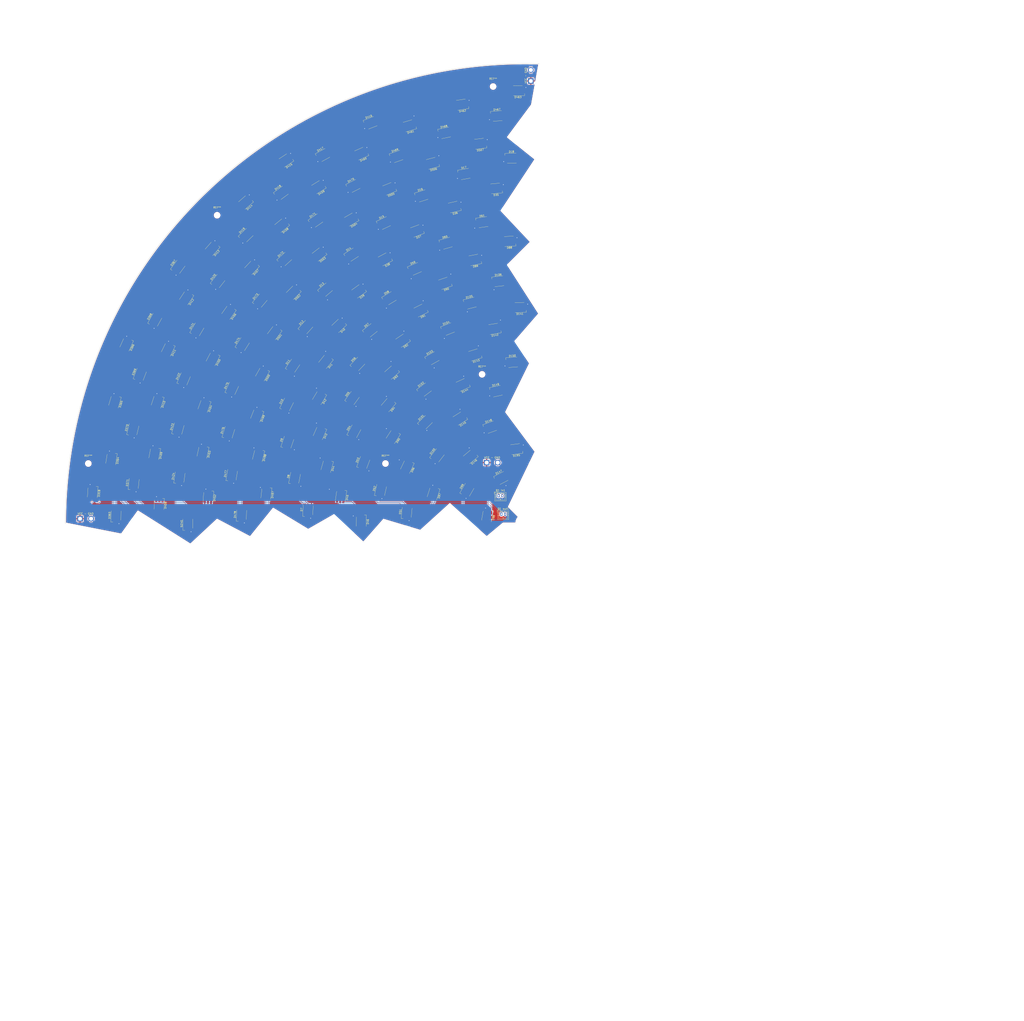
<source format=kicad_pcb>
(kicad_pcb (version 20240108) (generator "pcbnew") (generator_version "8.0")
  (layers (0 "F.Cu" signal) (31 "B.Cu" signal) (34 "B.Paste" user) (35 "F.Paste" user) (36 "B.SilkS" user "B.Silkscreen") (37 "F.SilkS" user "F.Silkscreen") (38 "B.Mask" user) (39 "F.Mask" user) (44 "Edge.Cuts" user))
  (net 0 "")
  (net 1 "VCC")
  (net 2 "GND")
  (net 3 "Net-(D7-DO)")
  (net 4 "Net-(D7-CO)")
  (net 5 "Net-(D8-CO)")
  (net 6 "Net-(D8-DO)")
  (net 7 "Net-(D10-CI)")
  (net 8 "Net-(D10-DI)")
  (net 9 "Net-(D10-CO)")
  (net 10 "Net-(D10-DO)")
  (net 11 "Net-(D11-DO)")
  (net 12 "Net-(D11-CO)")
  (net 13 "Net-(D12-CO)")
  (net 14 "Net-(D12-DO)")
  (net 15 "Net-(D13-DO)")
  (net 16 "Net-(D13-CO)")
  (net 17 "Net-(D14-CO)")
  (net 18 "Net-(D14-DO)")
  (net 19 "Net-(D15-CO)")
  (net 20 "Net-(D15-DO)")
  (net 21 "Net-(D16-CO)")
  (net 22 "Net-(D16-DO)")
  (net 23 "Net-(D17-DO)")
  (net 24 "Net-(D17-CO)")
  (net 25 "Net-(D46-CO)")
  (net 26 "Net-(D46-DO)")
  (net 27 "Net-(D18-CO)")
  (net 28 "Net-(D18-DO)")
  (net 29 "Net-(D35-DO)")
  (net 30 "Net-(D35-CO)")
  (net 31 "Net-(D36-CO)")
  (net 32 "Net-(D36-DO)")
  (net 33 "Net-(D37-DO)")
  (net 34 "Net-(D37-CO)")
  (net 35 "Net-(D38-CO)")
  (net 36 "Net-(D38-DO)")
  (net 37 "Net-(D39-DO)")
  (net 38 "Net-(D39-CO)")
  (net 39 "Net-(D40-CO)")
  (net 40 "Net-(D40-DO)")
  (net 41 "Net-(D41-DO)")
  (net 42 "Net-(D41-CO)")
  (net 43 "Net-(D42-DO)")
  (net 44 "Net-(D42-CO)")
  (net 45 "Net-(D43-CO)")
  (net 46 "Net-(D43-DO)")
  (net 47 "Net-(D44-DO)")
  (net 48 "Net-(D44-CO)")
  (net 49 "Net-(D45-DO)")
  (net 50 "Net-(D45-CO)")
  (net 51 "Net-(D35-DI)")
  (net 52 "Net-(D35-CI)")
  (net 53 "Net-(D51-DO)")
  (net 54 "Net-(D51-CO)")
  (net 55 "Net-(D52-DO)")
  (net 56 "Net-(D52-CO)")
  (net 57 "Net-(D53-CO)")
  (net 58 "Net-(D53-DO)")
  (net 59 "Net-(D54-CO)")
  (net 60 "Net-(D54-DO)")
  (net 61 "Net-(D55-DO)")
  (net 62 "Net-(D55-CO)")
  (net 63 "Net-(D56-CO)")
  (net 64 "Net-(D56-DO)")
  (net 65 "Net-(D57-CO)")
  (net 66 "Net-(D57-DO)")
  (net 67 "Net-(D58-DO)")
  (net 68 "Net-(D58-CO)")
  (net 69 "Net-(D59-CO)")
  (net 70 "Net-(D59-DO)")
  (net 71 "Net-(D60-CO)")
  (net 72 "Net-(D60-DO)")
  (net 73 "Net-(D51-CI)")
  (net 74 "Net-(D51-DI)")
  (net 75 "Net-(D88-DO)")
  (net 76 "Net-(D88-CO)")
  (net 77 "Net-(D89-CO)")
  (net 78 "Net-(D89-DO)")
  (net 79 "Net-(D90-CO)")
  (net 80 "Net-(D90-DO)")
  (net 81 "Net-(D91-CO)")
  (net 82 "Net-(D91-DO)")
  (net 83 "Net-(D92-DO)")
  (net 84 "Net-(D92-CO)")
  (net 85 "Net-(D93-CO)")
  (net 86 "Net-(D93-DO)")
  (net 87 "Net-(D94-CO)")
  (net 88 "Net-(D94-DO)")
  (net 89 "Net-(D95-DO)")
  (net 90 "Net-(D95-CO)")
  (net 91 "Net-(D96-DO)")
  (net 92 "Net-(D96-CO)")
  (net 93 "Net-(D98-DO)")
  (net 94 "Net-(D98-CO)")
  (net 95 "Net-(D100-CI)")
  (net 96 "Net-(D100-DI)")
  (net 97 "Net-(D100-DO)")
  (net 98 "Net-(D100-CO)")
  (net 99 "Net-(D101-CO)")
  (net 100 "Net-(D101-DO)")
  (net 101 "Net-(D102-CO)")
  (net 102 "Net-(D102-DO)")
  (net 103 "Net-(D103-DO)")
  (net 104 "Net-(D103-CO)")
  (net 105 "Net-(D104-CO)")
  (net 106 "Net-(D104-DO)")
  (net 107 "Net-(D105-DO)")
  (net 108 "Net-(D105-CO)")
  (net 109 "Net-(D106-DO)")
  (net 110 "Net-(D106-CO)")
  (net 111 "Net-(D141-DI)")
  (net 112 "Net-(D141-CI)")
  (net 113 "Net-(D141-DO)")
  (net 114 "Net-(D141-CO)")
  (net 115 "Net-(D142-CO)")
  (net 116 "Net-(D142-DO)")
  (net 117 "Net-(D143-DO)")
  (net 118 "Net-(D143-CO)")
  (net 119 "Net-(D144-CO)")
  (net 120 "Net-(D144-DO)")
  (net 121 "Net-(D145-CO)")
  (net 122 "Net-(D145-DO)")
  (net 123 "Net-(D146-CO)")
  (net 124 "Net-(D146-DO)")
  (net 125 "Net-(D147-DO)")
  (net 126 "Net-(D147-CO)")
  (net 127 "Net-(D148-DO)")
  (net 128 "Net-(D148-CO)")
  (net 129 "Net-(D149-DO)")
  (net 130 "Net-(D149-CO)")
  (net 131 "Net-(D147-CI)")
  (net 132 "Net-(D147-DI)")
  (net 133 "Net-(D148-DI)")
  (net 134 "Net-(D148-CI)")
  (net 135 "Net-(D318-DI)")
  (net 136 "Net-(D318-CI)")
  (net 137 "Net-(D363-DI)")
  (net 138 "Net-(D363-CI)")
  (net 139 "Net-(D364-DI)")
  (net 140 "Net-(D364-CI)")
  (net 141 "Net-(D365-DI)")
  (net 142 "Net-(D365-CI)")
  (net 143 "Net-(D366-CI)")
  (net 144 "Net-(D366-DI)")
  (net 145 "Net-(D367-CI)")
  (net 146 "Net-(D367-DI)")
  (net 147 "Net-(D368-DI)")
  (net 148 "Net-(D368-CI)")
  (net 149 "Net-(D369-DI)")
  (net 150 "Net-(D369-CI)")
  (net 151 "Net-(D370-CI)")
  (net 152 "Net-(D370-DI)")
  (net 153 "Net-(D408-DI)")
  (net 154 "Net-(D408-CI)")
  (net 155 "Net-(D371-CI)")
  (net 156 "Net-(D371-DI)")
  (net 157 "Net-(D409-CI)")
  (net 158 "Net-(D409-DI)")
  (net 159 "Net-(D410-CI)")
  (net 160 "Net-(D410-DI)")
  (net 161 "Net-(D318-DO)")
  (net 162 "Net-(D318-CO)")
  (net 163 "Net-(D411-CI)")
  (net 164 "Net-(D497-DI)")
  (net 165 "Net-(D411-DI)")
  (net 166 "Net-(D412-DI)")
  (net 167 "Net-(D412-CI)")
  (net 168 "Net-(D413-DI)")
  (net 169 "Net-(D413-CI)")
  (net 170 "Net-(D414-DI)")
  (net 171 "Net-(D416-CI)")
  (net 172 "Net-(D416-DI)")
  (net 173 "Net-(D417-DI)")
  (net 174 "Net-(D497-CI)")
  (net 175 "Net-(D414-CI)")
  (net 176 "Net-(D417-CI)")
  (net 177 "Net-(D415-DI)")
  (net 178 "Net-(D415-CI)")
  (net 179 "Net-(D418-CI)")
  (net 180 "Net-(D418-DI)")
  (net 181 "Net-(D419-DI)")
  (net 182 "Net-(D419-CI)")
  (net 183 "Net-(D420-DI)")
  (net 184 "Net-(D420-CI)")
  (net 185 "Net-(D421-DI)")
  (net 186 "Net-(D421-CI)")
  (net 187 "Net-(D422-CI)")
  (net 188 "Net-(D422-DI)")
  (net 189 "Net-(D423-CI)")
  (net 190 "Net-(D423-DI)")
  (net 191 "Net-(D498-CI)")
  (net 192 "Net-(D498-DI)")
  (net 193 "Net-(D424-DI)")
  (net 194 "Net-(D424-CI)")
  (net 195 "Net-(D425-DI)")
  (net 196 "Net-(D425-CI)")
  (net 197 "Net-(D452-CI)")
  (net 198 "Net-(D452-DI)")
  (net 199 "Net-(D453-DI)")
  (net 200 "Net-(D453-CI)")
  (net 201 "Net-(D454-CI)")
  (net 202 "Net-(D454-DI)")
  (net 203 "Net-(D455-DI)")
  (net 204 "Net-(D455-CI)")
  (net 205 "Net-(D456-CI)")
  (net 206 "Net-(D456-DI)")
  (net 207 "Net-(D457-DI)")
  (net 208 "Net-(D457-CI)")
  (net 209 "Net-(D458-DI)")
  (net 210 "Net-(D458-CI)")
  (net 211 "Net-(D459-CI)")
  (net 212 "Net-(D459-DI)")
  (net 213 "Net-(D460-CI)")
  (net 214 "Net-(D460-DI)")
  (net 215 "Net-(D461-DI)")
  (net 216 "Net-(D461-CI)")
  (net 217 "Net-(D467-CI)")
  (net 218 "Net-(D467-DI)")
  (net 219 "Net-(D468-CI)")
  (net 220 "Net-(D468-DI)")
  (net 221 "Net-(D469-DI)")
  (net 222 "Net-(D469-CI)")
  (net 223 "Net-(D470-CI)")
  (net 224 "Net-(D470-DI)")
  (net 225 "Net-(D471-CI)")
  (net 226 "Net-(D471-DI)")
  (net 227 "Net-(D472-DI)")
  (net 228 "Net-(D472-CI)")
  (net 229 "Net-(D473-DI)")
  (net 230 "Net-(D473-CI)")
  (net 231 "Net-(D474-DI)")
  (net 232 "Net-(D474-CI)")
  (net 233 "Net-(D462-DI)")
  (net 234 "Net-(D462-CI)")
  (net 235 "Net-(D499-CI)")
  (net 236 "Net-(D499-DI)")
  (net 237 "Net-(D500-CI)")
  (net 238 "Net-(D500-DI)")
  (net 239 "Net-(D501-CI)")
  (net 240 "Net-(D501-DI)")
  (net 241 "Net-(D502-CI)")
  (net 242 "Net-(D502-DI)")
  (net 243 "Net-(D503-CI)")
  (net 244 "Net-(D503-DI)")
  (net 245 "Net-(D504-DI)")
  (net 246 "Net-(D504-CI)")
  (net 247 "Net-(D505-CI)")
  (net 248 "Net-(D505-DI)")
  (net 249 "Net-(D506-CI)")
  (net 250 "Net-(D506-DI)")
  (net 251 "Net-(D475-DI)")
  (net 252 "Net-(D475-CI)")
  (net 253 "Net-(D476-DI)")
  (net 254 "Net-(D476-CI)")
  (net 255 "Net-(D477-CI)")
  (net 256 "Net-(D477-DI)")
  (net 257 "Net-(D478-DI)")
  (net 258 "Net-(D478-CI)")
  (net 259 "Net-(D463-CI)")
  (net 260 "Net-(D463-DI)")
  (footprint "LED_SMD:LED_RGB_5050-6" (layer "F.Cu") (at 223.384428 136.740071 25.14)
    (property "Reference" "D15")
    (property "Value" "APA102")
  )
  (footprint "LED_SMD:LED_RGB_5050-6" (layer "F.Cu") (at 210.909047 299.104329 -90.576)
    (property "Reference" "D46")
    (property "Value" "APA102")
  )
  (footprint "LED_SMD:LED_RGB_5050-6" (layer "F.Cu") (at 138.769627 250.509931 72.936)
    (property "Reference" "D476")
    (property "Value" "APA102")
  )
  (footprint "LED_SMD:LED_RGB_5050-6" (layer "F.Cu") (at 129.689898 150.799734 -131.22)
    (property "Reference" "D413")
    (property "Value" "APA102")
  )
  (footprint "LED_SMD:LED_RGB_5050-6" (layer "F.Cu") (at 272.276536 156.78806 -169.044)
    (property "Reference" "D89")
    (property "Value" "APA102")
  )
  (footprint "LED_SMD:LED_RGB_5050-6" (layer "F.Cu") (at 207.095763 249.959488 61.692)
    (property "Reference" "D54")
    (property "Value" "APA102")
  )
  (footprint "LED_SMD:LED_RGB_5050-6" (layer "F.Cu") (at 190.280272 99.725609 28.716)
    (property "Reference" "D417")
    (property "Value" "APA102")
  )
  (footprint "LED_SMD:LED_RGB_5050-6" (layer "F.Cu") (at 284.583001 228.135084 12.108)
    (property "Reference" "D149")
    (property "Value" "APA102")
  )
  (footprint "LED_SMD:LED_RGB_5050-6" (layer "F.Cu") (at 249.985272 284.038264 -107.7)
    (property "Reference" "D97")
    (property "Value" "APA102" (hide yes))
  )
  (footprint "LED_SMD:LED_RGB_5050-6" (layer "F.Cu") (at 140.702633 226.623579 65.268)
    (property "Reference" "D475")
    (property "Value" "APA102")
  )
  (footprint "LED_SMD:LED_RGB_5050-6" (layer "F.Cu") (at 133.103654 168.287776 51.72)
    (property "Reference" "D420")
    (property "Value" "APA102")
  )
  (footprint "LED_SMD:LED_RGB_5050-6" (layer "F.Cu") (at 115.614726 177.71725 -123.552)
    (property "Reference" "D412")
    (property "Value" "APA102")
  )
  (footprint "LED_SMD:LED_RGB_5050-6" (layer "F.Cu") (at 98.511474 262.481684 -100.548)
    (property "Reference" "D409")
    (property "Value" "APA102")
  )
  (footprint "LED_SMD:LED_RGB_5050-6" (layer "F.Cu") (at 206.144663 231.870154 54.024)
    (property "Reference" "D55")
    (property "Value" "APA102")
  )
  (footprint "LED_SMD:LED_RGB_5050-6" (layer "F.Cu") (at 198.454154 192.678328 -136.584)
    (property "Reference" "D40")
    (property "Value" "APA102")
  )
  (footprint "LED_SMD:LED_RGB_5050-6" (layer "F.Cu") (at 77.549397 295.759801 88.908)
    (property "Reference" "D363")
    (property "Value" "APA102")
  )
  (footprint "LED_SMD:LED_RGB_5050-6" (layer "F.Cu") (at 199.788029 285.48067 -98.244)
    (property "Reference" "D45")
    (property "Value" "APA102")
  )
  (footprint "LED_SMD:LED_RGB_5050-6" (layer "F.Cu") (at 210.560264 99.001781 -156.012)
    (property "Reference" "D460")
    (property "Value" "APA102")
  )
  (footprint "LED_SMD:LED_RGB_5050-6" (layer "F.Cu") (at 127.721535 285.932996 -94.668)
    (property "Reference" "D452")
    (property "Value" "APA102")
  )
  (footprint "LED_SMD:LED_RGB_5050-6" (layer "F.Cu") (at 192.186269 269.264036 -105.912)
    (property "Reference" "D44")
    (property "Value" "APA102")
  )
  (footprint "LED_SMD:LED_RGB_5050-6" (layer "F.Cu") (at 284.808177 78.52549 3.924)
    (property "Reference" "D467")
    (property "Value" "APA102")
  )
  (footprint "LED_SMD:LED_RGB_5050-6" (layer "F.Cu") (at 83.114892 203.000773 -114.096)
    (property "Reference" "D366")
    (property "Value" "APA102")
  )
  (footprint "LED_SMD:LED_RGB_5050-6" (layer "F.Cu") (at 256.022657 169.504814 -161.376)
    (property "Reference" "D90")
    (property "Value" "APA102")
  )
  (footprint "LED_SMD:LED_RGB_5050-6" (layer "F.Cu") (at 170.496452 235.37546 63.48)
    (property "Reference" "D10")
    (property "Value" "APA102")
  )
  (footprint "LED_SMD:LED_RGB_5050-6" (layer "F.Cu") (at 294.776433 259.670552 -172.62)
    (property "Reference" "D195")
    (property "Value" "APA102")
  )
  (footprint "LED_SMD:LED_RGB_5050-6" (layer "F.Cu") (at 64.859017 283.425365 -94.032)
    (property "Reference" "D318")
    (property "Value" "APA102")
  )
  (footprint "LED_SMD:LED_RGB_5050-6" (layer "F.Cu") (at 269.916916 263.944375 -140.16)
    (property "Reference" "D146")
    (property "Value" "APA102")
  )
  (footprint "LED_SMD:LED_RGB_5050-6" (layer "F.Cu") (at 282.939054 194.288486 -170.832)
    (property "Reference" "D142")
    (property "Value" "APA102")
  )
  (footprint "LED_SMD:LED_RGB_5050-6" (layer "F.Cu") (at 235.550795 294.016689 84.696)
    (property "Reference" "D51")
    (property "Value" "APA102")
  )
  (footprint "LED_SMD:LED_RGB_5050-6" (layer "F.Cu") (at 170.822352 255.893476 71.148)
    (property "Reference" "D9")
    (property "Value" "APA102")
  )
  (footprint "LED_SMD:LED_RGB_5050-6" (layer "F.Cu") (at 243.959636 121.959337 17.472)
    (property "Reference" "D16")
    (property "Value" "APA102")
  )
  (footprint "MountingHole:MountingHole_3.2mm_M3" (layer "F.Cu") (at 62.5 267.5)
    (property "Reference" "REF**")
    (property "Value" "MountingHole_3.2mm_M3")
  )
  (footprint "LED_SMD:LED_RGB_5050-6" (layer "F.Cu") (at 226.401883 177.608957 31.02)
    (property "Reference" "D58")
    (property "Value" "APA102")
  )
  (footprint "LED_SMD:LED_RGB_5050-6" (layer "F.Cu") (at 101.028135 289.990151 -92.88)
    (property "Reference" "D408")
    (property "Value" "APA102")
  )
  (footprint "LED_SMD:LED_RGB_5050-6" (layer "F.Cu") (at 180.879348 193.284161 48.144)
    (property "Reference" "D12")
    (property "Value" "APA102")
  )
  (footprint "LED_SMD:LED_RGB_5050-6" (layer "F.Cu") (at 154.080666 241.660062 -111.792)
    (property "Reference" "D499")
    (property "Value" "APA102")
  )
  (footprint "LED_SMD:LED_RGB_5050-6" (layer "F.Cu") (at 216.183683 82.19659 21.048)
    (property "Reference" "D416")
    (property "Value" "APA102")
  )
  (footprint "LED_SMD:LED_RGB_5050-6" (layer "F.Cu") (at 227.948873 253.145062 -123.036)
    (property "Reference" "D95")
    (property "Value" "APA102")
  )
  (footprint "LED_SMD:LED_RGB_5050-6" (layer "F.Cu") (at 295.959898 64.77845 -179.016)
    (property "Reference" "D463")
    (property "Value" "APA102")
  )
  (footprint "LED_SMD:LED_RGB_5050-6" (layer "F.Cu") (at 240.837487 141.01872 -159.588)
    (property "Reference" "D37")
    (property "Value" "APA102")
  )
  (footprint "LED_SMD:LED_RGB_5050-6" (layer "F.Cu") (at 140.52326 273.610235 80.604)
    (property "Reference" "D477")
    (property "Value" "APA102")
  )
  (footprint "LED_SMD:LED_RGB_5050-6" (layer "F.Cu") (at 105.711357 205.725542 -115.884)
    (property "Reference" "D411")
    (property "Value" "APA102")
  )
  (footprint "LED_SMD:LED_RGB_5050-6" (layer "F.Cu") (at 291.190181 146.651093 -176.712)
    (property "Reference" "D88")
    (property "Value" "APA102")
  )
  (footprint "LED_SMD:LED_RGB_5050-6" (layer "F.Cu") (at 205.153864 134.844132 -150.132)
    (property "Reference" "D504")
    (property "Value" "APA102")
  )
  (footprint "LED_SMD:LED_RGB_5050-6" (layer "F.Cu") (at 209.138245 213.340369 46.356)
    (property "Reference" "D56")
    (property "Value" "APA102")
  )
  (footprint "LED_SMD:LED_RGB_5050-6" (layer "F.Cu") (at 173.834634 214.296729 55.812)
    (property "Reference" "D11")
    (property "Value" "APA102")
  )
  (footprint "LED_SMD:LED_RGB_5050-6" (layer "F.Cu") (at 159.245546 284.072541 -96.456)
    (property "Reference" "D497")
    (property "Value" "APA102")
  )
  (footprint "LED_SMD:LED_RGB_5050-6" (layer "F.Cu") (at 225.778084 118.124748 -157.8)
    (property "Reference" "D505")
    (property "Value" "APA102")
  )
  (footprint "LED_SMD:LED_RGB_5050-6" (layer "F.Cu") (at 121.768975 194.544075 59.388)
    (property "Reference" "D421")
    (property "Value" "APA102")
  )
  (footprint "LED_SMD:LED_RGB_5050-6" (layer "F.Cu") (at 116.625483 300.192029 90.06)
    (property "Reference" "D425")
    (property "Value" "APA102")
  )
  (footprint "LED_SMD:LED_RGB_5050-6" (layer "F.Cu") (at 156.899709 219.16958 -119.46)
    (property "Reference" "D500")
    (property "Value" "APA102")
  )
  (footprint "LED_SMD:LED_RGB_5050-6" (layer "F.Cu") (at 265.70912 224.76945 -155.496)
    (property "Reference" "D144")
    (property "Value" "APA102")
  )
  (footprint "LED_SMD:LED_RGB_5050-6" (layer "F.Cu") (at 252.316283 263.060682 52.236)
    (property "Reference" "D100")
    (property "Value" "APA102")
  )
  (footprint "MountingHole:MountingHole_3.2mm_M3" (layer "F.Cu") (at 132.5 132.5)
    (property "Reference" "REF**")
    (property "Value" "MountingHole_3.2mm_M3")
  )
  (footprint "LED_SMD:LED_RGB_5050-6" (layer "F.Cu") (at 205.827504 153.91769 32.808)
    (property "Reference" "D14")
    (property "Value" "APA102")
  )
  (footprint "LED_SMD:LED_RGB_5050-6" (layer "F.Cu") (at 156.033063 178.90594 49.932)
    (property "Reference" "D473")
    (property "Value" "APA102")
  )
  (footprint "LED_SMD:LED_RGB_5050-6" (layer "F.Cu") (at 221.406219 281.895646 77.028)
    (property "Reference" "D52")
    (property "Value" "APA102")
  )
  (footprint "LED_SMD:LED_RGB_5050-6" (layer "F.Cu") (at 146.446019 202.55168 57.6)
    (property "Reference" "D474")
    (property "Value" "APA102")
  )
  (footprint "LED_SMD:LED_RGB_5050-6" (layer "F.Cu") (at 296.926994 182.646659 -178.5)
    (property "Reference" "D141")
    (property "Value" "APA102")
  )
  (footprint "LED_SMD:LED_RGB_5050-6" (layer "F.Cu") (at 112.086446 274.900273 82.392)
    (property "Reference" "D424")
    (property "Value" "APA102")
  )
  (footprint "LED_SMD:LED_RGB_5050-6" (layer "F.Cu") (at 268.530516 281.760713 59.904)
    (property "Reference" "D99")
    (property "Value" "APA102")
  )
  (footprint "LED_SMD:LED_RGB_5050-6" (layer "F.Cu") (at 264.20104 243.090558 -147.828)
    (property "Reference" "D145")
    (property "Value" "APA102")
  )
  (footprint "LED_SMD:LED_RGB_5050-6" (layer "F.Cu") (at 147.796364 125.599445 -138.888)
    (property "Reference" "D414")
    (property "Value" "APA102")
  )
  (footprint "LED_SMD:LED_RGB_5050-6" (layer "F.Cu") (at 212.113194 266.895477 69.36)
    (property "Reference" "D53")
    (property "Value" "APA102")
  )
  (footprint "LED_SMD:LED_RGB_5050-6" (layer "F.Cu") (at 187.335715 117.267246 -148.344)
    (property "Reference" "D459")
    (property "Value" "APA102")
  )
  (footprint "LED_SMD:LED_RGB_5050-6" (layer "F.Cu") (at 276.941422 136.261482 8.016)
    (property "Reference" "D61")
    (property "Value" "APA102")
  )
  (footprint "LED_SMD:LED_RGB_5050-6" (layer "F.Cu") (at 167.579465 120.284107 36.384)
    (property "Reference" "D418")
    (property "Value" "APA102")
  )
  (footprint "LED_SMD:LED_RGB_5050-6" (layer "F.Cu") (at 124.718548 261.667079 -102.336)
    (property "Reference" "D453")
    (property "Value" "APA102")
  )
  (footprint "LED_SMD:LED_RGB_5050-6" (layer "F.Cu") (at 233.123615 200.702219 -146.04)
    (property "Reference" "D92")
    (property "Value" "APA102")
  )
  (footprint "LED_SMD:LED_RGB_5050-6" (layer "F.Cu") (at 187.880243 231.969416 -121.248)
    (property "Reference" "D42")
    (property "Value" "APA102")
  )
  (footprint "LED_SMD:LED_RGB_5050-6" (layer "F.Cu") (at 138.61914 185.566752 -125.34)
    (property "Reference" "D456")
    (property "Value" "APA102")
  )
  (footprint "LED_SMD:LED_RGB_5050-6" (layer "F.Cu") (at 256.452525 87.702761 11.592)
    (property "Reference" "D468")
    (property "Value" "APA102")
  )
  (footprint "LED_SMD:LED_RGB_5050-6" (layer "F.Cu") (at 265.357921 72.337582 -171.348)
    (property "Reference" "D462")
    (property "Value" "APA102")
  )
  (footprint "LED_SMD:LED_RGB_5050-6" (layer "F.Cu") (at 188.187643 251.196855 -113.58)
    (property "Reference" "D43")
    (property "Value" "APA102")
  )
  (footprint "LED_SMD:LED_RGB_5050-6" (layer "F.Cu") (at 163.464395 196.634005 -127.128)
    (property "Reference" "D501")
    (property "Value" "APA102")
  )
  (footprint "LED_SMD:LED_RGB_5050-6" (layer "F.Cu") (at 242.848376 184.321817 -153.708)
    (property "Reference" "D91")
    (property "Value" "APA102")
  )
  (footprint "LED_SMD:LED_RGB_5050-6" (layer "F.Cu") (at 279.321077 296.341838 -100.032)
    (property "Reference" "D98")
    (property "Value" "APA102")
  )
  (footprint "LED_SMD:LED_RGB_5050-6" (layer "F.Cu") (at 215.948346 195.041343 38.688)
    (property "Reference" "D57")
    (property "Value" "APA102")
  )
  (footprint "LED_SMD:LED_RGB_5050-6" (layer "F.Cu") (at 111.317401 248.467222 74.724)
    (property "Reference" "D423")
    (property "Value" "APA102")
  )
  (footprint "Connector_Wire:SolderWire-1.5sqmm_1x02_P6mm_D1.7mm_OD3mm" (layer "F.Cu") (at 58 297.5)
    (property "Reference" "VCC - GND")
    (property "Value" "SolderWire-1.5sqmm_1x02_P6mm_D1.7mm_OD3mm")
  )
  (footprint "LED_SMD:LED_RGB_5050-6" (layer "F.Cu") (at 75.020794 265.33219 -98.76)
    (property "Reference" "D364")
    (property "Value" "APA102")
  )
  (footprint "LED_SMD:LED_RGB_5050-6" (layer "F.Cu") (at 169.701088 102.721152 -146.556)
    (property "Reference" "D415")
    (property "Value" "APA102")
  )
  (footprint "LED_SMD:LED_RGB_5050-6" (layer "F.Cu") (at 249.252726 104.225986 -165.468)
    (property "Reference" "D506")
    (property "Value" "APA102")
  )
  (footprint "LED_SMD:LED_RGB_5050-6" (layer "F.Cu") (at 223.432803 156.481832 -151.92)
    (property "Reference" "D38")
    (property "Value" "APA102")
  )
  (footprint "LED_SMD:LED_RGB_5050-6" (layer "F.Cu") (at 235.65241 269.489547 -115.368)
    (property "Reference" "D96")
    (property "Value" "APA102")
  )
  (footprint "LED_SMD:LED_RGB_5050-6" (layer "F.Cu") (at 281.201356 247.716053 19.776)
    (property "Reference" "D148")
    (property "Value" "APA102")
  )
  (footprint "LED_SMD:LED_RGB_5050-6" (layer "F.Cu") (at 225.329214 235.763921 -130.704)
    (property "Reference" "D94")
    (property "Value" "APA102")
  )
  (footprint "LED_SMD:LED_RGB_5050-6" (layer "F.Cu") (at 86.800644 248.862587 76.512)
    (property "Reference" "D370")
    (property "Value" "APA102")
  )
  (footprint "LED_SMD:LED_RGB_5050-6" (layer "F.Cu") (at 245.853316 245.030584 44.568)
    (property "Reference" "D101")
    (property "Value" "APA102")
  )
  (footprint "LED_SMD:LED_RGB_5050-6" (layer "F.Cu") (at 191.587118 172.957105 40.476)
    (property "Reference" "D13")
    (property "Value" "APA102")
  )
  (footprint "LED_SMD:LED_RGB_5050-6" (layer "F.Cu") (at 186.413294 135.322101 34.596)
    (property "Reference" "D471")
    (property "Value" "APA102")
  )
  (footprint "Connector_JST:JST_PH_B2B-PH-K_1x02_P2.00mm_Vertical" (layer "F.Cu") (at 285.5 285)
    (property "Reference" "Q1 in1")
    (property "Value" "Conn_01x02_Pin")
  )
  (footprint "MountingHole:MountingHole_3.2mm_M3" (layer "F.Cu") (at 224 267.5)
    (property "Reference" "REF**")
    (property "Value" "MountingHole_3.2mm_M3")
  )
  (footprint "LED_SMD:LED_RGB_5050-6" (layer "F.Cu") (at 258.256661 194.374512 21.564)
    (property "Reference" "D104")
    (property "Value" "APA102")
  )
  (footprint "LED_SMD:LED_RGB_5050-6" (layer "F.Cu") (at 287.196534 275.345968 27.444)
    (property "Reference" "D147")
    (property "Value" "APA102")
  )
  (footprint "LED_SMD:LED_RGB_5050-6" (layer "F.Cu") (at 245.402187 227.28254 36.9)
    (property "Reference" "D102")
    (property "Value" "APA102")
  )
  (footprint "LED_SMD:LED_RGB_5050-6" (layer "F.Cu") (at 191.309058 212.24734 -128.916)
    (property "Reference" "D41")
    (property "Value" "APA102")
  )
  (footprint "LED_SMD:LED_RGB_5050-6" (layer "F.Cu") (at 292.595276 101.468717 2.136)
    (property "Reference" "D18")
    (property "Value" "APA102")
  )
  (footprint "LED_SMD:LED_RGB_5050-6" (layer "F.Cu") (at 145.752323 295.346588 88.272)
    (property "Reference" "D478")
    (property "Value" "APA102")
  )
  (footprint "LED_SMD:LED_RGB_5050-6" (layer "F.Cu") (at 125.44341 236.452796 -110.004)
    (property "Reference" "D454")
    (property "Value" "APA102")
  )
  (footprint "LED_SMD:LED_RGB_5050-6" (layer "F.Cu") (at 240.264372 161.641209 23.352)
    (property "Reference" "D59")
    (property "Value" "APA102")
  )
  (footprint "LED_SMD:LED_RGB_5050-6" (layer "F.Cu") (at 272.293813 208.440635 -163.164)
    (property "Reference" "D143")
    (property "Value" "APA102")
  )
  (footprint "LED_SMD:LED_RGB_5050-6" (layer "F.Cu") (at 148.432183 143.331729 44.052)
    (property "Reference" "D419")
    (property "Value" "APA102")
  )
  (footprint "LED_SMD:LED_RGB_5050-6" (layer "F.Cu") (at 167.421939 138.159622 -140.676)
    (property "Reference" "D458")
    (property "Value" "APA102")
  )
  (footprint "LED_SMD:LED_RGB_5050-6" (layer "F.Cu") (at 261.103537 128.018706 -167.256)
    (property "Reference" "D36")
    (property "Value" "APA102")
  )
  (footprint "LED_SMD:LED_RGB_5050-6" (layer "F.Cu") (at 249.759547 210.223071 29.232)
    (property "Reference" "D103")
    (property "Value" "APA102")
  )
  (footprint "LED_SMD:LED_RGB_5050-6" (layer "F.Cu") (at 154.920512 263.493939 -104.124)
    (property "Reference" "D498")
    (property "Value" "APA102")
  )
  (footprint "LED_SMD:LED_RGB_5050-6" (layer "F.Cu") (at 76.833863 234.20011 -106.428)
    (property "Reference" "D365")
    (property "Value" "APA102")
  )
  (footprint "LED_SMD:LED_RGB_5050-6" (layer "F.Cu") (at 187.729108 153.875919 -142.464)
    (property "Reference" "D503")
    (property "Value" "APA102")
  )
  (footprint "MountingHole:MountingHole_3.2mm_M3" (layer "F.Cu") (at 282.5 62.5)
    (property "Reference" "REF**")
    (property "Value" "MountingHole_3.2mm_M3")
  )
  (footprint "LED_SMD:LED_RGB_5050-6" (layer "F.Cu") (at 209.220294 173.88975 -144.252)
    (property "Reference" "D39")
    (property "Value" "APA102")
  )
  (footprint "LED_SMD:LED_RGB_5050-6" (layer "F.Cu") (at 267.178113 110.060604 9.804)
    (property "Reference" "D17")
    (property "Value" "APA102")
  )
  (footprint "LED_SMD:LED_RGB_5050-6" (layer "F.Cu") (at 270.376933 180.262896 13.896)
    (property "Reference" "D105")
    (property "Value" "APA102")
  )
  (footprint "MountingHole:MountingHole_3.2mm_M3" (layer "F.Cu") (at 276.5 219)
    (property "Reference" "REF**")
    (property "Value" "MountingHole_3.2mm_M3")
  )
  (footprint "LED_SMD:LED_RGB_5050-6" (layer "F.Cu") (at 151.113907 161.122602 -133.008)
    (property "Reference" "D457")
    (property "Value" "APA102")
  )
  (footprint "LED_SMD:LED_RGB_5050-6" (layer "F.Cu") (at 285.636566 168.381453 6.228)
    (property "Reference" "D106")
    (property "Value" "APA102")
  )
  (footprint "LED_SMD:LED_RGB_5050-6" (layer "F.Cu") (at 100.026125 234.190049 -108.216)
    (property "Reference" "D410")
    (property "Value" "APA102")
  )
  (footprint "LED_SMD:LED_RGB_5050-6" (layer "F.Cu") (at 87.201318 278.309648 84.18)
    (property "Reference" "D371")
    (property "Value" "APA102")
  )
  (footprint "LED_SMD:LED_RGB_5050-6" (layer "F.Cu") (at 275.154505 93.600626 -173.136)
    (property "Reference" "D507")
    (property "Value" "APA102")
  )
  (footprint "LED_SMD:LED_RGB_5050-6" (layer "F.Cu") (at 227.178219 218.059544 -138.372)
    (property "Reference" "D93")
    (property "Value" "APA102")
  )
  (footprint "LED_SMD:LED_RGB_5050-6" (layer "F.Cu") (at 283.828833 117.944394 -174.924)
    (property "Reference" "D35")
    (property "Value" "APA102")
  )
  (footprint "LED_SMD:LED_RGB_5050-6" (layer "F.Cu") (at 293.199138 212.414337 4.44)
    (property "Reference" "D150")
    (property "Value" "APA102")
  )
  (footprint "LED_SMD:LED_RGB_5050-6" (layer "F.Cu") (at 181.893738 292.743206 86.484)
    (property "Reference" "D7")
    (property "Value" "APA102")
  )
  (footprint "LED_SMD:LED_RGB_5050-6" (layer "F.Cu") (at 230.298772 100.518199 19.26)
    (property "Reference" "D469")
    (property "Value" "APA102")
  )
  (footprint "LED_SMD:LED_RGB_5050-6" (layer "F.Cu") (at 169.40534 156.297059 42.264)
    (property "Reference" "D472")
    (property "Value" "APA102")
  )
  (footprint "Connector_Wire:SolderWire-1.5sqmm_1x02_P6mm_D1.7mm_OD3mm" (layer "F.Cu") (at 279 267)
    (property "Reference" "VCC - GND")
    (property "Value" "SolderWire-1.5sqmm_1x02_P6mm_D1.7mm_OD3mm")
  )
  (footprint "LED_SMD:LED_RGB_5050-6" (layer "F.Cu") (at 130.054259 210.882407 -117.672)
    (property "Reference" "D455")
    (property "Value" "APA102")
  )
  (footprint "LED_SMD:LED_RGB_5050-6" (layer "F.Cu") (at 114.510545 221.478269 67.056)
    (property "Reference" "D422")
    (property "Value" "APA102")
  )
  (footprint "LED_SMD:LED_RGB_5050-6" (layer "F.Cu") (at 90.664258 218.988905 68.844)
    (property "Reference" "D369")
    (property "Value" "APA102")
  )
  (footprint "LED_SMD:LED_RGB_5050-6" (layer "F.Cu") (at 236.718436 83.874009 -163.68)
    (property "Reference" "D461")
    (property "Value" "APA102")
  )
  (footprint "Connector_Wire:SolderWire-1.5sqmm_1x02_P6mm_D1.7mm_OD3mm" (layer "F.Cu") (at 303 59.5 90)
    (property "Reference" "VCC - GND")
    (property "Value" "SolderWire-1.5sqmm_1x02_P6mm_D1.7mm_OD3mm")
  )
  (footprint "LED_SMD:LED_RGB_5050-6" (layer "F.Cu") (at 173.771898 174.667576 -134.796)
    (property "Reference" "D502")
    (property "Value" "APA102")
  )
  (footprint "Connector_JST:JST_PH_B2B-PH-K_1x02_P2.00mm_Vertical" (layer "F.Cu") (at 287 295)
    (property "Reference" "Q1 out1")
    (property "Value" "Conn_01x02_Pin")
  )
  (footprint "LED_SMD:LED_RGB_5050-6" (layer "F.Cu") (at 206.818668 116.551807 26.928)
    (property "Reference" "D470")
    (property "Value" "APA102")
  )
  (footprint "LED_SMD:LED_RGB_5050-6" (layer "F.Cu") (at 111.434099 160.509314 53.508)
    (property "Reference" "D367")
    (property "Value" "APA102")
  )
  (footprint "LED_SMD:LED_RGB_5050-6" (layer "F.Cu") (at 257.233959 147.691708 15.684)
    (property "Reference" "D60")
    (property "Value" "APA102")
  )
  (footprint "LED_SMD:LED_RGB_5050-6" (layer "F.Cu") (at 98.878124 189.32258 61.176)
    (property "Reference" "D368")
    (property "Value" "APA102")
  )
  (footprint "LED_SMD:LED_RGB_5050-6" (layer "F.Cu") (at 174.687813 275.223882 78.816)
    (property "Reference" "D8")
    (property "Value" "APA102")
  )
  (gr_line (start 243 304) (end 259 289.5) (stroke (width 0.05)) (layer "Edge.Cuts"))
  (gr_line (start 49.987481 299.999999) (end 80.5 306) (stroke (width 0.05)) (layer "Edge.Cuts"))
  (gr_line (start 288 300) (end 295 300) (stroke (width 0.05)) (layer "Edge.Cuts"))
  (gr_line (start 307.5 186) (end 294.5 201) (stroke (width 0.05)) (layer "Edge.Cuts"))
  (gr_line (start 307.5 50.1) (end 303.5 72.5) (stroke (width 0.05)) (layer "Edge.Cuts"))
  (gr_line (start 182 303.5) (end 196 295.5) (stroke (width 0.05)) (layer "Edge.Cuts"))
  (gr_line (start 163 292) (end 182 303.5) (stroke (width 0.05)) (layer "Edge.Cuts"))
  (gr_line (start 302.5 213) (end 289.5 239.5) (stroke (width 0.05)) (layer "Edge.Cuts"))
  (gr_line (start 89.5 293.5) (end 118 311.5) (stroke (width 0.05)) (layer "Edge.Cuts"))
  (gr_line (start 259 289.5) (end 279 307.5) (stroke (width 0.05)) (layer "Edge.Cuts"))
  (gr_line (start 287 130) (end 303 147) (stroke (width 0.05)) (layer "Edge.Cuts"))
  (gr_line (start 289.5 239.5) (end 305.5 261) (stroke (width 0.05)) (layer "Edge.Cuts"))
  (gr_line (start 291 291) (end 296.464466 296.464466) (stroke (width 0.05)) (layer "Edge.Cuts"))
  (gr_line (start 303 147) (end 290.5 159.5) (stroke (width 0.05)) (layer "Edge.Cuts"))
  (gr_line (start 132.5 298) (end 150.5 307.5) (stroke (width 0.05)) (layer "Edge.Cuts"))
  (gr_line (start 118 311.5) (end 132.5 298) (stroke (width 0.05)) (layer "Edge.Cuts"))
  (gr_line (start 212 310.5) (end 223 298) (stroke (width 0.05)) (layer "Edge.Cuts"))
  (gr_line (start 223 298) (end 243 304) (stroke (width 0.05)) (layer "Edge.Cuts"))
  (gr_arc (start 295 300) (mid 295.380602 298.086583) (end 296.464466 296.464466) (stroke (width 0.05)) (layer "Edge.Cuts"))
  (gr_line (start 279 307.5) (end 288 300) (stroke (width 0.05)) (layer "Edge.Cuts"))
  (gr_line (start 305.5 102) (end 287 130) (stroke (width 0.05)) (layer "Edge.Cuts"))
  (gr_line (start 80.5 306) (end 89.5 293.5) (stroke (width 0.05)) (layer "Edge.Cuts"))
  (gr_line (start 294.5 201) (end 302.5 213) (stroke (width 0.05)) (layer "Edge.Cuts"))
  (gr_line (start 150.5 307.5) (end 163 292) (stroke (width 0.05)) (layer "Edge.Cuts"))
  (gr_line (start 290.5 90) (end 305.5 102) (stroke (width 0.05)) (layer "Edge.Cuts"))
  (gr_line (start 303.5 72.5) (end 290.5 90) (stroke (width 0.05)) (layer "Edge.Cuts"))
  (gr_line (start 290.5 159.5) (end 307.5 186) (stroke (width 0.05)) (layer "Edge.Cuts"))
  (gr_line (start 305.5 261) (end 291 291) (stroke (width 0.05)) (layer "Edge.Cuts"))
  (gr_line (start 196 295.5) (end 212 310.5) (stroke (width 0.05)) (layer "Edge.Cuts"))
  (gr_arc (start 49.987481 299.999999) (mid 125.886293 120.582395) (end 307.5 50.1) (stroke (width 0.2)) (layer "Edge.Cuts"))
  (segment (start 268.455445 184.955445) (end 268.5 185) (width 0.8) (layer "F.Cu") (net 2))
  (segment (start 75.882009 231.41731) (end 76.447629 229.498959) (width 0.8) (layer "F.Cu") (net 2))
  (segment (start 207.187359 296.687359) (end 206.5 296) (width 0.8) (layer "F.Cu") (net 2))
  (segment (start 115.140457 224.351109) (end 114.360795 226.192881) (width 0.8) (layer "F.Cu") (net 2))
  (segment (start 129.663287 207.967423) (end 130.592105 206.196182) (width 0.8) (layer "F.Cu") (net 2))
  (segment (start 204 157.378335) (end 204 159) (width 0.8) (layer "F.Cu") (net 2))
  (segment (start 153.857554 260.751656) (end 153.857554 260.357554) (width 0.8) (layer "F.Cu") (net 2))
  (segment (start 228.593851 102.914704) (end 226.705789 103.574414) (width 0.8) (layer "F.Cu") (net 2))
  (segment (start 287.389356 279.5) (end 289.5 279.5) (width 0.8) (layer "F.Cu") (net 2))
  (segment (start 118.327995 302.590248) (end 118.330089 304.590246) (width 0.8) (layer "F.Cu") (net 2))
  (segment (start 156.599878 216.243815) (end 157.583509 214.502417) (width 0.8) (layer "F.Cu") (net 2))
  (segment (start 185.402909 138.084186) (end 183.756557 139.219758) (width 0.8) (layer "F.Cu") (net 2))
  (segment (start 208.712015 216.250409) (end 210 217.538394) (width 0.8) (layer "F.Cu") (net 2))
  (segment (start 157.826183 281.496612) (end 156.829571 280.5) (width 0.2) (layer "F.Cu") (net 2))
  (segment (start 254.443078 89.850344) (end 252.483872 90.252226) (width 0.8) (layer "F.Cu") (net 2))
  (segment (start 268.797853 284.689627) (end 267.794953 286.419999) (width 0.8) (layer "F.Cu") (net 2))
  (segment (start 226.125823 248.5) (end 224.5 248.5) (width 0.8) (layer "F.Cu") (net 2))
  (segment (start 235.144566 266.592634) (end 234.051932 265.5) (width 0.8) (layer "F.Cu") (net 2))
  (segment (start 283.435155 172.564845) (end 283 173) (width 0.8) (layer "F.Cu") (net 2))
  (segment (start 170.7668 99.979938) (end 172.435649 98.877695) (width 0.8) (layer "F.Cu") (net 2))
  (segment (start 216.5 199.230852) (end 216.5 200) (width 0.8) (layer "F.Cu") (net 2))
  (segment (start 227 214.351679) (end 227 212) (width 0.8) (layer "F.Cu") (net 2))
  (segment (start 250.5 214.88323) (end 250.5 215.5) (width 0.8) (layer "F.Cu") (net 2))
  (segment (start 155.789171 181.836898) (end 154.501779 183.36746) (width 0.8) (layer "F.Cu") (net 2))
  (segment (start 188.596496 151.065645) (end 190.182437 149.847126) (width 0.8) (layer "F.Cu") (net 2))
  (segment (start 265.327342 240.373677) (end 264.5 239.546335) (width 0.8) (layer "F.Cu") (net 2))
  (segment (start 225.221185 180.302646) (end 224.5 181.023831) (width 0.8) (layer "F.Cu") (net 2))
  (segment (start 266.5 221.539278) (end 266.5 220) (width 0.8) (layer "F.Cu") (net 2))
  (segment (start 246.5 249.089409) (end 246.5 249.5) (width 0.8) (layer "F.Cu") (net 2))
  (segment (start 273.720449 138.279551) (end 272.5 139.5) (width 0.8) (layer "F.Cu") (net 2))
  (segment (start 270.670626 261.101502) (end 269.5 259.930876) (width 0.8) (layer "F.Cu") (net 2))
  (segment (start 248.495378 212.878608) (end 250.5 214.88323) (width 0.8) (layer "F.Cu") (net 2))
  (segment (start 141.2426 229.514674) (end 140.405852 231.331223) (width 0.8) (layer "F.Cu") (net 2))
  (segment (start 278.065144 293.682397) (end 278.41354 291.712976) (width 0.8) (layer "F.Cu") (net 2))
  (segment (start 254.980139 149.977208) (end 253.457347 151.5) (width 0.8) (layer "F.Cu") (net 2))
  (segment (start 267.474874 70.295888) (end 269.452114 69.995023) (width 0.8) (layer "F.Cu") (net 2))
  (segment (start 126.22249 283.402609) (end 126.385253 281.409244) (width 0.8) (layer "F.Cu") (net 2))
  (segment (start 63.331976 280.911772) (end 63.472603 278.916723) (width 0.8) (layer "F.Cu") (net 2))
  (segment (start 171.65566 258.714043) (end 173.214043 258.714043) (width 0.8) (layer "F.Cu") (net 2))
  (segment (start 274.309699 154.662913) (end 276.273245 154.282803) (width 0.8) (layer "F.Cu") (net 2))
  (segment (start 205.448766 119.154376) (end 203.665614 120.060116) (width 0.8) (layer "F.Cu") (net 2))
  (segment (start 293.488728 144.816241) (end 295.485435 144.701532) (width 0.8) (layer "F.Cu") (net 2))
  (segment (start 173.892287 217.237253) (end 174.5 217.844966) (width 0.8) (layer "F.Cu") (net 2))
  (segment (start 224.5 181.023831) (end 224.5 183) (width 0.8) (layer "F.Cu") (net 2))
  (segment (start 245.336497 247.925906) (end 246.5 249.089409) (width 0.8) (layer "F.Cu") (net 2))
  (segment (start 257.754075 166.245925) (end 259.5 164.5) (width 0.8) (layer "F.Cu") (net 2))
  (segment (start 267.187871 222.227149) (end 266.5 221.539278) (width 0.8) (layer "F.Cu") (net 2))
  (segment (start 210 217.538394) (end 210 218.5) (width 0.8) (layer "F.Cu") (net 2))
  (segment (start 238.54403 81.568103) (end 238.54403 79.45597) (width 0.8) (layer "F.Cu") (net 2))
  (segment (start 277.334131 91.625979) (end 279.319796 91.386953) (width 0.8) (layer "F.Cu") (net 2))
  (segment (start 170.945951 238.281997) (end 171.5 238.836046) (width 0.8) (layer "F.Cu") (net 2))
  (segment (start 237.02166 296.56356) (end 236.83678 298.554996) (width 0.8) (layer "F.Cu") (net 2))
  (segment (start 212.858089 269.740671) (end 213.240671 269.740671) (width 0.8) (layer "F.Cu") (net 2))
  (segment (start 129.992668 147.874271) (end 131.310572 146.369902) (width 0.8) (layer "F.Cu") (net 2))
  (segment (start 181.5 197.161959) (end 181.5 198.5) (width 0.8) (layer "F.Cu") (net 2))
  (segment (start 206.388478 132.174726) (end 208.122828 131.17872) (width 0.8) (layer "F.Cu") (net 2))
  (segment (start 209.233259 296.687359) (end 207.187359 296.687359) (width 0.8) (layer "F.Cu") (net 2))
  (segment (start 153.393122 238.800467) (end 154.135598 236.943392) (width 0.8) (layer "F.Cu") (net 2))
  (segment (start 249.095427 281.235019) (end 249.703493 279.329697) (width 0.8) (layer "F.Cu") (net 2))
  (segment (start 163.557637 193.694395) (end 164.764832 192.099817) (width 0.8) (layer "F.Cu") (net 2))
  (segment (start 225.605627 232.835853) (end 224.5 231.730226) (width 0.8) (layer "F.Cu") (net 2))
  (segment (start 79.20335 298.191763) (end 79.165235 300.191399) (width 0.8) (layer "F.Cu") (net 2))
  (segment (start 222.524095 284.616005) (end 222.075146 286.564964) (width 0.8) (layer "F.Cu") (net 2))
  (segment (start 285.037534 192.22781) (end 285.037534 190.962466) (width 0.8) (layer "F.Cu") (net 2))
  (segment (start 174.256548 171.766694) (end 175.665717 170.347455) (width 0.8) (layer "F.Cu") (net 2))
  (segment (start 252.190416 265.999076) (end 250.965596 267.580155) (width 0.8) (layer "F.Cu") (net 2))
  (segment (start 191.209392 266.489922) (end 190.489922 266.489922) (width 0.8) (layer "F.Cu") (net 2))
  (segment (start 191.5 209.306046) (end 191.5 206.5) (width 0.8) (layer "F.Cu") (net 2))
  (segment (start 264.5 239.546335) (end 264.5 238) (width 0.8) (layer "F.Cu") (net 2))
  (segment (start 269.5 259.930876) (end 269.5 259) (width 0.8) (layer "F.Cu") (net 2))
  (segment (start 123.570545 258.959295) (end 123.997833 257.005472) (width 0.8) (layer "F.Cu") (net 2))
  (segment (start 242.18077 124.301481) (end 240.273043 124.90196) (width 0.8) (layer "F.Cu") (net 2))
  (segment (start 188.486439 114.560619) (end 190.188867 113.510983) (width 0.8) (layer "F.Cu") (net 2))
  (segment (start 198.44973 282.861708) (end 194.861708 282.861708) (width 0.8) (layer "F.Cu") (net 2))
  (segment (start 156.829571 280.5) (end 156 280.5) (width 0.2) (layer "F.Cu") (net 2))
  (segment (start 168.20122 135.323653) (end 169.748369 134.056244) (width 0.8) (layer "F.Cu") (net 2))
  (segment (start 183.443353 295.242945) (end 183.320699 297.23918) (width 0.8) (layer "F.Cu") (net 2))
  (segment (start 151.507808 158.208012) (end 152.872008 156.745496) (width 0.8) (layer "F.Cu") (net 2))
  (segment (start 199.029079 189.79398) (end 200.481844 188.4194) (width 0.8) (layer "F.Cu") (net 2))
  (segment (start 187.671846 229.035721) (end 186.5 227.863875) (width 0.8) (layer "F.Cu") (net 2))
  (segment (start 146.595392 205.488973) (end 145.523739 207.177628) (width 0.8) (layer "F.Cu") (net 2))
  (segment (start 173.214043 258.714043) (end 174.5 260) (width 0.8) (layer "F.Cu") (net 2))
  (segment (start 290.937948 214.29503) (end 288.943951 214.44986) (width 0.8) (layer "F.Cu") (net 2))
  (segment (start 113.453734 277.504217) (end 113.188945 279.486611) (width 0.8) (layer "F.Cu") (net 2))
  (segment (start 180.544123 196.206082) (end 181.5 197.161959) (width 0.8) (layer "F.Cu") (net 2))
  (segment (start 132.951328 171.224916) (end 131.712318 172.794901) (width 0.8) (layer "F.Cu") (net 2))
  (segment (start 274.098566 206.118381) (end 274.098566 203.901434) (width 0.8) (layer "F.Cu") (net 2))
  (segment (start 192.5 177.443158) (end 192.5 178.5) (width 0.8) (layer "F.Cu") (net 2))
  (segment (start 166.655752 123.076373) (end 165.045634 124.262761) (width 0.8) (layer "F.Cu") (net 2))
  (segment (start 224.5 231.730226) (end 224.5 231) (width 0.8) (layer "F.Cu") (net 2))
  (segment (start 187.58966 248.317201) (end 186.5 247.227541) (width 0.8) (layer "F.Cu") (net 2))
  (segment (start 268.455445 182.489526) (end 268.455445 184.955445) (width 0.8) (layer "F.Cu") (net 2))
  (segment (start 124.666979 233.616045) (end 125.35115 231.736708) (width 0.8) (layer "F.Cu") (net 2))
  (segment (start 265.102636 112.144445) (end 263.131844 112.485001) (width 0.8) (layer "F.Cu") (net 2))
  (segment (start 255.382881 149.977208) (end 254.980139 149.977208) (width 0.8) (layer "F.Cu") (net 2))
  (segment (start 238 164.888071) (end 238 167) (width 0.8) (layer "F.Cu") (net 2))
  (segment (start 283.435155 170.331785) (end 283.435155 172.564845) (width 0.8) (layer "F.Cu") (net 2))
  (segment (start 282.530141 80.385744) (end 280.53483 80.52261) (width 0.8) (layer "F.Cu") (net 2))
  (segment (start 234.051932 265.5) (end 231.5 265.5) (width 0.8) (layer "F.Cu") (net 2))
  (segment (start 111.373492 163.449779) (end 110.184071 165.057658) (width 0.8) (layer "F.Cu") (net 2))
  (segment (start 176.037982 277.908037) (end 178 279.870055) (width 0.8) (layer "F.Cu") (net 2))
  (segment (start 234 197.78692) (end 234 195.5) (width 0.8) (layer "F.Cu") (net 2))
  (segment (start 174.5 217.844966) (end 174.5 220) (width 0.8) (layer "F.Cu") (net 2))
  (segment (start 87.893976 251.592903) (end 87.427493 253.53774) (width 0.8) (layer "F.Cu") (net 2))
  (segment (start 298.33035 63.037485) (end 300.330055 63.003139) (width 0.8) (layer "F.Cu") (net 2))
  (segment (start 299.281671 180.884417) (end 301.280985 180.832064) (width 0.8) (layer "F.Cu") (net 2))
  (segment (start 186.5 227.863875) (end 186.5 226.5) (width 0.8) (layer "F.Cu") (net 2))
  (segment (start 290.260305 103.256987) (end 288.261695 103.33153) (width 0.8) (layer "F.Cu") (net 2))
  (segment (start 82.542866 200.115849) (end 83.359399 198.290124) (width 0.8) (layer "F.Cu") (net 2))
  (segment (start 207.729064 236.42957) (end 208 236.42957) (width 0.8) (layer "F.Cu") (net 2))
  (segment (start 88.649187 280.869663) (end 88.44638 282.859353) (width 0.8) (layer "F.Cu") (net 2))
  (segment (start 279.518086 250.127816) (end 277.636041 250.804503) (width 0.8) (layer "F.Cu") (net 2))
  (segment (start 207.454355 252.878632) (end 209.075723 254.5) (width 0.8) (layer "F.Cu") (net 2))
  (segment (start 256.649461 198.850539) (end 256 199.5) (width 0.8) (layer "F.Cu") (net 2))
  (segment (start 296.938188 257.676356) (end 298.92162 257.419458) (width 0.8) (layer "F.Cu") (net 2))
  (segment (start 115.524438 174.777546) (end 116.629825 173.110777) (width 0.8) (layer "F.Cu") (net 2))
  (segment (start 257.754075 167.127379) (end 257.754075 166.245925) (width 0.8) (layer "F.Cu") (net 2))
  (segment (start 244.503658 230.083012) (end 246 231.579354) (width 0.8) (layer "F.Cu") (net 2))
  (segment (start 244.247085 181.734614) (end 244.5 181.481699) (width 0.8) (layer "F.Cu") (net 2))
  (segment (start 147.88931 146.222281) (end 146.451892 147.612902) (width 0.8) (layer "F.Cu") (net 2))
  (segment (start 224.750105 153.852247) (end 226.514687 152.91084) (width 0.8) (layer "F.Cu") (net 2))
  (segment (start 190.86501 175.808168) (end 192.5 177.443158) (width 0.8) (layer "F.Cu") (net 2))
  (segment (start 246 231.579354) (end 246 232.5) (width 0.8) (layer "F.Cu") (net 2))
  (segment (start 186.5 247.227541) (end 186.5 245.5) (width 0.8) (layer "F.Cu") (net 2))
  (segment (start 112.325011 251.230321) (end 111.798074 253.159656) (width 0.8) (layer "F.Cu") (net 2))
  (segment (start 256.649461 196.837622) (end 256.649461 198.850539) (width 0.8) (layer "F.Cu") (net 2))
  (segment (start 148.486779 122.740541) (end 149.99363 121.425475) (width 0.8) (layer "F.Cu") (net 2))
  (segment (start 209.075723 254.5) (end 209.5 254.5) (width 0.8) (layer "F.Cu") (net 2))
  (segment (start 242.493882 138.588422) (end 244.368299 137.890886) (width 0.8) (layer "F.Cu") (net 2))
  (segment (start 244.5 181.481699) (end 244.5 179) (width 0.8) (layer "F.Cu") (net 2))
  (segment (start 105.229623 202.824176) (end 106.102724 201.024817) (width 0.8) (layer "F.Cu") (net 2))
  (segment (start 175.890024 277.908037) (end 176.037982 277.908037) (width 0.8) (layer "F.Cu") (net 2))
  (segment (start 99.210411 192.244836) (end 98.24617 193.997045) (width 0.8) (layer "F.Cu") (net 2))
  (segment (start 210.174944 171.107908) (end 211.798132 169.939466) (width 0.8) (layer "F.Cu") (net 2))
  (segment (start 206.110538 234.811044) (end 207.729064 236.42957) (width 0.8) (layer "F.Cu") (net 2))
  (segment (start 213.240671 269.740671) (end 215 271.5) (width 0.8) (layer "F.Cu") (net 2))
  (segment (start 138.620617 182.625664) (end 139.777471 180.994197) (width 0.8) (layer "F.Cu") (net 2))
  (segment (start 171.5 238.836046) (end 171.5 240.071554) (width 0.8) (layer "F.Cu") (net 2))
  (segment (start 139.690534 253.303125) (end 139.103655 255.21508) (width 0.8) (layer "F.Cu") (net 2))
  (segment (start 194.861708 282.861708) (end 193.5 281.5) (width 0.8) (layer "F.Cu") (net 2))
  (segment (start 141.808636 276.255573) (end 141.482122 278.22874) (width 0.8) (layer "F.Cu") (net 2))
  (segment (start 227.357843 115.64395) (end 229.209584 114.888269) (width 0.8) (layer "F.Cu") (net 2))
  (segment (start 227.842859 215.194538) (end 227 214.351679) (width 0.8) (layer "F.Cu") (net 2))
  (segment (start 263.069402 125.831156) (end 265.020132 125.389966) (width 0.8) (layer "F.Cu") (net 2))
  (segment (start 188.99224 102.369655) (end 187.238216 103.330591) (width 0.8) (layer "F.Cu") (net 2))
  (segment (start 238.734805 164.153266) (end 238 164.888071) (width 0.8) (layer "F.Cu") (net 2))
  (segment (start 191.493976 209.31207) (end 191.5 209.306046) (width 0.8) (layer "F.Cu") (net 2))
  (segment (start 253 100.127542) (end 251.149379 101.978163) (width 0.8) (layer "F.Cu") (net 2))
  (segment (start 204.731429 156.646906) (end 204 157.378335) (width 0.8) (layer "F.Cu") (net 2))
  (segment (start 91.3835 221.840692) (end 90.661684 223.705894) (width 0.8) (layer "F.Cu") (net 2))
  (segment (start 282.592975 230.300678) (end 280.637468 230.720188) (width 0.8) (layer "F.Cu") (net 2))
  (segment (start 285.850125 277.960769) (end 287.389356 279.5) (width 0.8) (layer "F.Cu") (net 2))
  (segment (start 274.098566 203.901434) (end 274.5 203.5) (width 0.8) (layer "F.Cu") (net 2))
  (segment (start 122.009923 197.475277) (end 120.99148 199.196547) (width 0.8) (layer "F.Cu") (net 2))
  (segment (start 97.279543 259.81104) (end 97.645661 257.844837) (width 0.8) (layer "F.Cu") (net 2))
  (segment (start 99.161561 231.378905) (end 99.786761 229.479136) (width 0.8) (layer "F.Cu") (net 2))
  (segment (start 286.06901 116.038716) (end 288.061166 115.861762) (width 0.8) (layer "F.Cu") (net 2))
  (segment (start 214.554367 84.645126) (end 212.687808 85.363425) (width 0.8) (layer "F.Cu") (net 2))
  (segment (start 234.164598 197.951518) (end 234 197.78692) (width 0.8) (layer "F.Cu") (net 2))
  (segment (start 238.54403 79.45597) (end 239.5 78.5) (width 0.8) (layer "F.Cu") (net 2))
  (segment (start 285.037534 190.962466) (end 286.5 189.5) (width 0.8) (layer "F.Cu") (net 2))
  (segment (start 99.450868 287.507767) (end 99.551356 285.510294) (width 0.8) (layer "F.Cu") (net 2))
  (segment (start 274.801934 138.279551) (end 273.720449 138.279551) (width 0.8) (layer "F.Cu") (net 2))
  (segment (start 212.061849 96.4729) (end 213.88911 95.65981) (width 0.8) (layer "F.Cu") (net 2))
  (segment (start 168.772543 159.169264) (end 167.292436 160.514359) (width 0.8) (layer "F.Cu") (net 2))
  (segment (start 147.379178 297.79676) (end 147.318869 299.79585) (width 0.8) (layer "F.Cu") (net 2))
  (segment (start 153.857554 260.357554) (end 152.5 259) (width 0.8) (layer "F.Cu") (net 2))
  (segment (start 215.137634 197.868486) (end 216.5 199.230852) (width 0.8) (layer "F.Cu") (net 2))
  (segment (start 190.489922 266.489922) (end 188.5 264.5) (width 0.8) (layer "F.Cu") (net 2))
  (segment (start 227.832114 250.206291) (end 226.125823 248.5) (width 0.8) (layer "F.Cu") (net 2))
  (segment (start 73.706135 262.701283) (end 74.010726 260.724614) (width 0.8) (layer "F.Cu") (net 2))
  (segment (start 221.933988 139.29863) (end 220.123444 140.148293) (width 0.8) (layer "F.Cu") (net 2))
  (via (at 259.5 164.5) (size 0.8) (drill 0.4) (layers "F.Cu" "B.Cu") (net 2))
  (via (at 131.310572 146.369902) (size 0.8) (drill 0.4) (layers "F.Cu" "B.Cu") (net 2))
  (via (at 274.5 203.5) (size 0.8) (drill 0.4) (layers "F.Cu" "B.Cu") (net 2))
  (via (at 224.5 231) (size 0.8) (drill 0.4) (layers "F.Cu" "B.Cu") (net 2))
  (via (at 178 279.870055) (size 0.8) (drill 0.4) (layers "F.Cu" "B.Cu") (net 2))
  (via (at 249.703493 279.329697) (size 0.8) (drill 0.4) (layers "F.Cu" "B.Cu") (net 2))
  (via (at 244.5 179) (size 0.8) (drill 0.4) (layers "F.Cu" "B.Cu") (net 2))
  (via (at 200.481844 188.4194) (size 0.8) (drill 0.4) (layers "F.Cu" "B.Cu") (net 2))
  (via (at 286.5 189.5) (size 0.8) (drill 0.4) (layers "F.Cu" "B.Cu") (net 2))
  (via (at 131.712318 172.794901) (size 0.8) (drill 0.4) (layers "F.Cu" "B.Cu") (net 2))
  (via (at 99.786761 229.479136) (size 0.8) (drill 0.4) (layers "F.Cu" "B.Cu") (net 2))
  (via (at 269.452114 69.995023) (size 0.8) (drill 0.4) (layers "F.Cu" "B.Cu") (net 2))
  (via (at 227 212) (size 0.8) (drill 0.4) (layers "F.Cu" "B.Cu") (net 2))
  (via (at 97.645661 257.844837) (size 0.8) (drill 0.4) (layers "F.Cu" "B.Cu") (net 2))
  (via (at 276.273245 154.282803) (size 0.8) (drill 0.4) (layers "F.Cu" "B.Cu") (net 2))
  (via (at 210 218.5) (size 0.8) (drill 0.4) (layers "F.Cu" "B.Cu") (net 2))
  (via (at 277.636041 250.804503) (size 0.8) (drill 0.4) (layers "F.Cu" "B.Cu") (net 2))
  (via (at 226.514687 152.91084) (size 0.8) (drill 0.4) (layers "F.Cu" "B.Cu") (net 2))
  (via (at 171.5 240.071554) (size 0.8) (drill 0.4) (layers "F.Cu" "B.Cu") (net 2))
  (via (at 152.5 259) (size 0.8) (drill 0.4) (layers "F.Cu" "B.Cu") (net 2))
  (via (at 186.5 245.5) (size 0.8) (drill 0.4) (layers "F.Cu" "B.Cu") (net 2))
  (via (at 208 236.42957) (size 0.8) (drill 0.4) (layers "F.Cu" "B.Cu") (net 2))
  (via (at 118.330089 304.590246) (size 0.8) (drill 0.4) (layers "F.Cu" "B.Cu") (net 2))
  (via (at 256 199.5) (size 0.8) (drill 0.4) (layers "F.Cu" "B.Cu") (net 2))
  (via (at 120.99148 199.196547) (size 0.8) (drill 0.4) (layers "F.Cu" "B.Cu") (net 2))
  (via (at 253 100.127542) (size 0.8) (drill 0.4) (layers "F.Cu" "B.Cu") (net 2))
  (via (at 267.794953 286.419999) (size 0.8) (drill 0.4) (layers "F.Cu" "B.Cu") (net 2))
  (via (at 79.165235 300.191399) (size 0.8) (drill 0.4) (layers "F.Cu" "B.Cu") (net 2))
  (via (at 300.330055 63.003139) (size 0.8) (drill 0.4) (layers "F.Cu" "B.Cu") (net 2))
  (via (at 169.748369 134.056244) (size 0.8) (drill 0.4) (layers "F.Cu" "B.Cu") (net 2))
  (via (at 239.5 78.5) (size 0.8) (drill 0.4) (layers "F.Cu" "B.Cu") (net 2))
  (via (at 130.592105 206.196182) (size 0.8) (drill 0.4) (layers "F.Cu" "B.Cu") (net 2))
  (via (at 265.020132 125.389966) (size 0.8) (drill 0.4) (layers "F.Cu" "B.Cu") (net 2))
  (via (at 263.131844 112.485001) (size 0.8) (drill 0.4) (layers "F.Cu" "B.Cu") (net 2))
  (via (at 192.5 178.5) (size 0.8) (drill 0.4) (layers "F.Cu" "B.Cu") (net 2))
  (via (at 278.41354 291.712976) (size 0.8) (drill 0.4) (layers "F.Cu" "B.Cu") (net 2))
  (via (at 269.5 259) (size 0.8) (drill 0.4) (layers "F.Cu" "B.Cu") (net 2))
  (via (at 98.24617 193.997045) (size 0.8) (drill 0.4) (layers "F.Cu" "B.Cu") (net 2))
  (via (at 211.798132 169.939466) (size 0.8) (drill 0.4) (layers "F.Cu" "B.Cu") (net 2))
  (via (at 111.798074 253.159656) (size 0.8) (drill 0.4) (layers "F.Cu" "B.Cu") (net 2))
  (via (at 88.44638 282.859353) (size 0.8) (drill 0.4) (layers "F.Cu" "B.Cu") (net 2))
  (via (at 126.385253 281.409244) (size 0.8) (drill 0.4) (layers "F.Cu" "B.Cu") (net 2))
  (via (at 301.280985 180.832064) (size 0.8) (drill 0.4) (layers "F.Cu" "B.Cu") (net 2))
  (via (at 253.457347 151.5) (size 0.8) (drill 0.4) (layers "F.Cu" "B.Cu") (net 2))
  (via (at 175.665717 170.347455) (size 0.8) (drill 0.4) (layers "F.Cu" "B.Cu") (net 2))
  (via (at 183.320699 297.23918) (size 0.8) (drill 0.4) (layers "F.Cu" "B.Cu") (net 2))
  (via (at 146.451892 147.612902) (size 0.8) (drill 0.4) (layers "F.Cu" "B.Cu") (net 2))
  (via (at 154.501779 183.36746) (size 0.8) (drill 0.4) (layers "F.Cu" "B.Cu") (net 2))
  (via (at 288.261695 103.33153) (size 0.8) (drill 0.4) (layers "F.Cu" "B.Cu") (net 2))
  (via (at 152.872008 156.745496) (size 0.8) (drill 0.4) (layers "F.Cu" "B.Cu") (net 2))
  (via (at 87.427493 253.53774) (size 0.8) (drill 0.4) (layers "F.Cu" "B.Cu") (net 2))
  (via (at 264.5 238) (size 0.8) (drill 0.4) (layers "F.Cu" "B.Cu") (net 2))
  (via (at 149.99363 121.425475) (size 0.8) (drill 0.4) (layers "F.Cu" "B.Cu") (net 2))
  (via (at 279.319796 91.386953) (size 0.8) (drill 0.4) (layers "F.Cu" "B.Cu") (net 2))
  (via (at 188.5 264.5) (size 0.8) (drill 0.4) (layers "F.Cu" "B.Cu") (net 2))
  (via (at 156 280.5) (size 0.8) (drill 0.4) (layers "F.Cu" "B.Cu") (net 2))
  (via (at 110.184071 165.057658) (size 0.8) (drill 0.4) (layers "F.Cu" "B.Cu") (net 2))
  (via (at 283 173) (size 0.8) (drill 0.4) (layers "F.Cu" "B.Cu") (net 2))
  (via (at 231.5 265.5) (size 0.8) (drill 0.4) (layers "F.Cu" "B.Cu") (net 2))
  (via (at 190.188867 113.510983) (size 0.8) (drill 0.4) (layers "F.Cu" "B.Cu") (net 2))
  (via (at 63.472603 278.916723) (size 0.8) (drill 0.4) (layers "F.Cu" "B.Cu") (net 2))
  (via (at 174.5 220) (size 0.8) (drill 0.4) (layers "F.Cu" "B.Cu") (net 2))
  (via (at 164.764832 192.099817) (size 0.8) (drill 0.4) (layers "F.Cu" "B.Cu") (net 2))
  (via (at 145.523739 207.177628) (size 0.8) (drill 0.4) (layers "F.Cu" "B.Cu") (net 2))
  (via (at 212.687808 85.363425) (size 0.8) (drill 0.4) (layers "F.Cu" "B.Cu") (net 2))
  (via (at 244.368299 137.890886) (size 0.8) (drill 0.4) (layers "F.Cu" "B.Cu") (net 2))
  (via (at 215 271.5) (size 0.8) (drill 0.4) (layers "F.Cu" "B.Cu") (net 2))
  (via (at 190.182437 149.847126) (size 0.8) (drill 0.4) (layers "F.Cu" "B.Cu") (net 2))
  (via (at 191.5 206.5) (size 0.8) (drill 0.4) (layers "F.Cu" "B.Cu") (net 2))
  (via (at 172.435649 98.877695) (size 0.8) (drill 0.4) (layers "F.Cu" "B.Cu") (net 2))
  (via (at 157.583509 214.502417) (size 0.8) (drill 0.4) (layers "F.Cu" "B.Cu") (net 2))
  (via (at 229.209584 114.888269) (size 0.8) (drill 0.4) (layers "F.Cu" "B.Cu") (net 2))
  (via (at 280.637468 230.720188) (size 0.8) (drill 0.4) (layers "F.Cu" "B.Cu") (net 2))
  (via (at 295.485435 144.701532) (size 0.8) (drill 0.4) (layers "F.Cu" "B.Cu") (net 2))
  (via (at 74.010726 260.724614) (size 0.8) (drill 0.4) (layers "F.Cu" "B.Cu") (net 2))
  (via (at 266.5 220) (size 0.8) (drill 0.4) (layers "F.Cu" "B.Cu") (net 2))
  (via (at 234 195.5) (size 0.8) (drill 0.4) (layers "F.Cu" "B.Cu") (net 2))
  (via (at 90.661684 223.705894) (size 0.8) (drill 0.4) (layers "F.Cu" "B.Cu") (net 2))
  (via (at 238 167) (size 0.8) (drill 0.4) (layers "F.Cu" "B.Cu") (net 2))
  (via (at 206.5 296) (size 0.8) (drill 0.4) (layers "F.Cu" "B.Cu") (net 2))
  (via (at 165.045634 124.262761) (size 0.8) (drill 0.4) (layers "F.Cu" "B.Cu") (net 2))
  (via (at 216.5 200) (size 0.8) (drill 0.4) (layers "F.Cu" "B.Cu") (net 2))
  (via (at 167.292436 160.514359) (size 0.8) (drill 0.4) (layers "F.Cu" "B.Cu") (net 2))
  (via (at 250.965596 267.580155) (size 0.8) (drill 0.4) (layers "F.Cu" "B.Cu") (net 2))
  (via (at 236.83678 298.554996) (size 0.8) (drill 0.4) (layers "F.Cu" "B.Cu") (net 2))
  (via (at 209.5 254.5) (size 0.8) (drill 0.4) (layers "F.Cu" "B.Cu") (net 2))
  (via (at 246 232.5) (size 0.8) (drill 0.4) (layers "F.Cu" "B.Cu") (net 2))
  (via (at 154.135598 236.943392) (size 0.8) (drill 0.4) (layers "F.Cu" "B.Cu") (net 2))
  (via (at 123.997833 257.005472) (size 0.8) (drill 0.4) (layers "F.Cu" "B.Cu") (net 2))
  (via (at 125.35115 231.736708) (size 0.8) (drill 0.4) (layers "F.Cu" "B.Cu") (net 2))
  (via (at 113.188945 279.486611) (size 0.8) (drill 0.4) (layers "F.Cu" "B.Cu") (net 2))
  (via (at 213.88911 95.65981) (size 0.8) (drill 0.4) (layers "F.Cu" "B.Cu") (net 2))
  (via (at 174.5 260) (size 0.8) (drill 0.4) (layers "F.Cu" "B.Cu") (net 2))
  (via (at 289.5 279.5) (size 0.8) (drill 0.4) (layers "F.Cu" "B.Cu") (net 2))
  (via (at 114.360795 226.192881) (size 0.8) (drill 0.4) (layers "F.Cu" "B.Cu") (net 2))
  (via (at 252.483872 90.252226) (size 0.8) (drill 0.4) (layers "F.Cu" "B.Cu") (net 2))
  (via (at 140.405852 231.331223) (size 0.8) (drill 0.4) (layers "F.Cu" "B.Cu") (net 2))
  (via (at 240.273043 124.90196) (size 0.8) (drill 0.4) (layers "F.Cu" "B.Cu") (net 2))
  (via (at 208.122828 131.17872) (size 0.8) (drill 0.4) (layers "F.Cu" "B.Cu") (net 2))
  (via (at 76.447629 229.498959) (size 0.8) (drill 0.4) (layers "F.Cu" "B.Cu") (net 2))
  (via (at 272.5 139.5) (size 0.8) (drill 0.4) (layers "F.Cu" "B.Cu") (net 2))
  (via (at 203.665614 120.060116) (size 0.8) (drill 0.4) (layers "F.Cu" "B.Cu") (net 2))
  (via (at 139.777471 180.994197) (size 0.8) (drill 0.4) (layers "F.Cu" "B.Cu") (net 2))
  (via (at 99.551356 285.510294) (size 0.8) (drill 0.4) (layers "F.Cu" "B.Cu") (net 2))
  (via (at 116.629825 173.110777) (size 0.8) (drill 0.4) (layers "F.Cu" "B.Cu") (net 2))
  (via (at 246.5 249.5) (size 0.8) (drill 0.4) (layers "F.Cu" "B.Cu") (net 2))
  (via (at 147.318869 299.79585) (size 0.8) (drill 0.4) (layers "F.Cu" "B.Cu") (net 2))
  (via (at 187.238216 103.330591) (size 0.8) (drill 0.4) (layers "F.Cu" "B.Cu") (net 2))
  (via (at 141.482122 278.22874) (size 0.8) (drill 0.4) (layers "F.Cu" "B.Cu") (net 2))
  (via (at 83.359399 198.290124) (size 0.8) (drill 0.4) (layers "F.Cu" "B.Cu") (net 2))
  (via (at 106.102724 201.024817) (size 0.8) (drill 0.4) (layers "F.Cu" "B.Cu") (net 2))
  (via (at 193.5 281.5) (size 0.8) (drill 0.4) (layers "F.Cu" "B.Cu") (net 2))
  (via (at 183.756557 139.219758) (size 0.8) (drill 0.4) (layers "F.Cu" "B.Cu") (net 2))
  (via (at 220.123444 140.148293) (size 0.8) (drill 0.4) (layers "F.Cu" "B.Cu") (net 2))
  (via (at 268.5 185) (size 0.8) (drill 0.4) (layers "F.Cu" "B.Cu") (net 2))
  (via (at 186.5 226.5) (size 0.8) (drill 0.4) (layers "F.Cu" "B.Cu") (net 2))
  (via (at 298.92162 257.419458) (size 0.8) (drill 0.4) (layers "F.Cu" "B.Cu") (net 2))
  (via (at 224.5 183) (size 0.8) (drill 0.4) (layers "F.Cu" "B.Cu") (net 2))
  (via (at 222.075146 286.564964) (size 0.8) (drill 0.4) (layers "F.Cu" "B.Cu") (net 2))
  (via (at 280.53483 80.52261) (size 0.8) (drill 0.4) (layers "F.Cu" "B.Cu") (net 2))
  (via (at 224.5 248.5) (size 0.8) (drill 0.4) (layers "F.Cu" "B.Cu") (net 2))
  (via (at 139.103655 255.21508) (size 0.8) (drill 0.4) (layers "F.Cu" "B.Cu") (net 2))
  (via (at 288.061166 115.861762) (size 0.8) (drill 0.4) (layers "F.Cu" "B.Cu") (net 2))
  (via (at 204 159) (size 0.8) (drill 0.4) (layers "F.Cu" "B.Cu") (net 2))
  (via (at 250.5 215.5) (size 0.8) (drill 0.4) (layers "F.Cu" "B.Cu") (net 2))
  (via (at 226.705789 103.574414) (size 0.8) (drill 0.4) (layers "F.Cu" "B.Cu") (net 2))
  (via (at 181.5 198.5) (size 0.8) (drill 0.4) (layers "F.Cu" "B.Cu") (net 2))
  (via (at 288.943951 214.44986) (size 0.8) (drill 0.4) (layers "F.Cu" "B.Cu") (net 2))
  (segment (start 180.344123 290.243467) (end 180.243467 290.243467) (width 0.25) (layer "F.Cu") (net 3))
  (segment (start 172.554592 282.554592) (end 172.554592 277.248573) (width 0.25) (layer "F.Cu") (net 3))
  (segment (start 180.243467 290.243467) (end 172.554592 282.554592) (width 0.25) (layer "F.Cu") (net 3))
  (segment (start 182.040922 290.347723) (end 182.040922 289.540922) (width 0.25) (layer "F.Cu") (net 4))
  (segment (start 174.222308 281.722308) (end 174.222308 277.578304) (width 0.25) (layer "F.Cu") (net 4))
  (segment (start 182.040922 289.540922) (end 174.222308 281.722308) (width 0.25) (layer "F.Cu") (net 4))
  (segment (start 175.153318 271.653318) (end 169 265.5) (width 0.2) (layer "F.Cu") (net 5))
  (segment (start 175.153318 272.86946) (end 175.153318 271.653318) (width 0.2) (layer "F.Cu") (net 5))
  (segment (start 169 259.211584) (end 170.046853 258.164731) (width 0.2) (layer "F.Cu") (net 5))
  (segment (start 169 265.5) (end 169 259.211584) (width 0.2) (layer "F.Cu") (net 5))
  (segment (start 168 258.053466) (end 168.438046 257.61542) (width 0.25) (layer "F.Cu") (net 6))
  (segment (start 173.485602 272.539727) (end 168 267.054125) (width 0.25) (layer "F.Cu") (net 6))
  (segment (start 168 267.054125) (end 168 258.053466) (width 0.25) (layer "F.Cu") (net 6))
  (segment (start 171.597851 253.622221) (end 169.424828 237.522929) (width 0.25) (layer "F.Cu") (net 7))
  (segment (start 169.989044 253.072909) (end 167.903704 236.76386) (width 0.25) (layer "F.Cu") (net 8))
  (segment (start 171.568076 233.227991) (end 172.486049 216.282006) (width 0.25) (layer "F.Cu") (net 9))
  (segment (start 170.046953 232.468923) (end 171.079813 215.326758) (width 0.25) (layer "F.Cu") (net 10))
  (segment (start 173.776981 211.356205) (end 178.011721 193.937396) (width 0.25) (layer "F.Cu") (net 11))
  (segment (start 175.183219 212.311452) (end 179.277924 195.071739) (width 0.25) (layer "F.Cu") (net 12))
  (segment (start 182.480772 191.496583) (end 189.76149 174.515015) (width 0.25) (layer "F.Cu") (net 13))
  (segment (start 181.214573 190.36224) (end 188.65797 173.221862) (width 0.25) (layer "F.Cu") (net 14))
  (segment (start 192.309226 170.106042) (end 202.889221 153.789237) (width 0.25) (layer "F.Cu") (net 15))
  (segment (start 193.412746 171.399195) (end 203.810326 155.218071) (width 0.25) (layer "F.Cu") (net 16))
  (segment (start 207.844682 152.617309) (end 221.211774 137.759667) (width 0.25) (layer "F.Cu") (net 17))
  (segment (start 206.923579 151.188474) (end 220.489562 136.220703) (width 0.25) (layer "F.Cu") (net 18))
  (segment (start 225.557082 135.720475) (end 241.670362 122.679913) (width 0.25) (layer "F.Cu") (net 19))
  (segment (start 224.834868 134.181512) (end 241.159955 121.058345) (width 0.25) (layer "F.Cu") (net 20))
  (segment (start 246.24891 121.238761) (end 264.813164 110.469272) (width 0.25) (layer "F.Cu") (net 21))
  (segment (start 245.738502 119.617193) (end 264.523687 108.794099) (width 0.25) (layer "F.Cu") (net 22))
  (segment (start 269.25359 107.976763) (end 290.133581 99.85935) (width 0.25) (layer "F.Cu") (net 23))
  (segment (start 269.543062 109.651936) (end 290.196945 101.558169) (width 0.25) (layer "F.Cu") (net 24))
  (segment (start 208 303.5) (end 197.5 293) (width 0.2) (layer "F.Cu") (net 25))
  (segment (start 185.5 298.5) (end 182.5 298.5) (width 0.2) (layer "F.Cu") (net 25))
  (segment (start 189 293) (end 185.5 296.5) (width 0.2) (layer "F.Cu") (net 25))
  (segment (start 185.5 296.5) (end 185.5 298.5) (width 0.2) (layer "F.Cu") (net 25))
  (segment (start 182.5 298.5) (end 182 298) (width 0.2) (layer "F.Cu") (net 25))
  (segment (start 209.889181 303.5) (end 208 303.5) (width 0.2) (layer "F.Cu") (net 25))
  (segment (start 181.746554 296.746554) (end 181.746554 295.138689) (width 0.2) (layer "F.Cu") (net 25))
  (segment (start 182 297) (end 181.746554 296.746554) (width 0.2) (layer "F.Cu") (net 25))
  (segment (start 210.884921 301.504209) (end 210.884921 302.50426) (width 0.2) (layer "F.Cu") (net 25))
  (segment (start 182 298) (end 182 297) (width 0.2) (layer "F.Cu") (net 25))
  (segment (start 197.5 293) (end 189 293) (width 0.2) (layer "F.Cu") (net 25))
  (segment (start 210.884921 302.50426) (end 209.889181 303.5) (width 0.2) (layer "F.Cu") (net 25))
  (segment (start 186.565685 298) (end 186.5 298) (width 0.2) (layer "F.Cu") (net 26))
  (segment (start 210.5 304.5) (end 207.5 304.5) (width 0.2) (layer "F.Cu") (net 26))
  (segment (start 189 295.565685) (end 186.565685 298) (width 0.2) (layer "F.Cu") (net 26))
  (segment (start 212.584835 302.415165) (end 210.5 304.5) (width 0.2) (layer "F.Cu") (net 26))
  (segment (start 186.5 298) (end 186 298.5) (width 0.2) (layer "F.Cu") (net 26))
  (segment (start 180.049751 297.549751) (end 180.049751 295.034431) (width 0.2) (layer "F.Cu") (net 26))
  (segment (start 181.5 299) (end 180.049751 297.549751) (width 0.2) (layer "F.Cu") (net 26))
  (segment (start 212.584835 301.521299) (end 212.584835 302.415165) (width 0.2) (layer "F.Cu") (net 26))
  (segment (start 186 298.5) (end 186 299) (width 0.2) (layer "F.Cu") (net 26))
  (segment (start 186 299) (end 181.5 299) (width 0.2) (layer "F.Cu") (net 26))
  (segment (start 197.5 294.5) (end 189 294.5) (width 0.2) (layer "F.Cu") (net 26))
  (segment (start 189 294.5) (end 189 295.565685) (width 0.2) (layer "F.Cu") (net 26))
  (segment (start 207.5 304.5) (end 197.5 294.5) (width 0.2) (layer "F.Cu") (net 26))
  (segment (start 292.813797 93.313797) (end 277.537304 93.313797) (width 0.2) (layer "F.Cu") (net 27))
  (segment (start 294.993607 101.379265) (end 295.994303 101.379265) (width 0.2) (layer "F.Cu") (net 27))
  (segment (start 297 100.373568) (end 297 97.5) (width 0.2) (layer "F.Cu") (net 27))
  (segment (start 297 97.5) (end 292.813797 93.313797) (width 0.2) (layer "F.Cu") (net 27))
  (segment (start 295.994303 101.379265) (end 297 100.373568) (width 0.2) (layer "F.Cu") (net 27))
  (segment (start 294.930247 97.069753) (end 295 97) (width 0.2) (layer "F.Cu") (net 28))
  (segment (start 294.930247 99.680447) (end 294.930247 97.069753) (width 0.2) (layer "F.Cu") (net 28))
  (segment (start 293.001611 95.001611) (end 277.740475 95.001611) (width 0.2) (layer "F.Cu") (net 28))
  (segment (start 295 97) (end 293.001611 95.001611) (width 0.2) (layer "F.Cu") (net 28))
  (segment (start 281.588656 119.850072) (end 263.819426 129.147399) (width 0.25) (layer "F.Cu") (net 29))
  (segment (start 281.438245 118.156739) (end 263.444413 127.489277) (width 0.25) (layer "F.Cu") (net 30))
  (segment (start 258.762661 128.548135) (end 243.086789 140.181677) (width 0.25) (layer "F.Cu") (net 31))
  (segment (start 259.137672 130.206256) (end 243.679696 141.77493) (width 0.25) (layer "F.Cu") (net 32))
  (segment (start 239.181092 143.449018) (end 226.350499 156.852038) (width 0.25) (layer "F.Cu") (net 33))
  (segment (start 238.588185 141.855763) (end 225.550302 155.352143) (width 0.25) (layer "F.Cu") (net 34))
  (segment (start 221.315304 157.611521) (end 211.168121 172.48762) (width 0.25) (layer "F.Cu") (net 35))
  (segment (start 222.115501 159.111417) (end 212.161296 173.867328) (width 0.25) (layer "F.Cu") (net 36))
  (segment (start 208.265644 176.671592) (end 201.365866 192.263682) (width 0.25) (layer "F.Cu") (net 37))
  (segment (start 207.272467 175.29188) (end 200.197473 191.028832) (width 0.25) (layer "F.Cu") (net 38))
  (segment (start 196.710835 194.327824) (end 192.816691 210.379977) (width 0.25) (layer "F.Cu") (net 39))
  (segment (start 197.879229 195.562676) (end 194.139406 211.447884) (width 0.25) (layer "F.Cu") (net 40))
  (segment (start 191.12414 215.18261) (end 190.578608 230.799449) (width 0.25) (layer "F.Cu") (net 41))
  (segment (start 189.801425 214.114703) (end 189.5 214.416128) (width 0.25) (layer "F.Cu") (net 42))
  (segment (start 189.5 229.542813) (end 189.125228 229.917585) (width 0.25) (layer "F.Cu") (net 42))
  (segment (start 189.5 214.416128) (end 189.5 229.542813) (width 0.25) (layer "F.Cu") (net 42))
  (segment (start 191.5 248.883067) (end 190.705767 249.6773) (width 0.25) (layer "F.Cu") (net 43))
  (segment (start 188.08864 234.903111) (end 191.5 238.314471) (width 0.25) (layer "F.Cu") (net 43))
  (segment (start 191.5 238.314471) (end 191.5 248.883067) (width 0.25) (layer "F.Cu") (net 43))
  (segment (start 185 241.5) (end 189.5 246) (width 0.2) (layer "F.Cu") (net 44))
  (segment (start 186.635258 234.021247) (end 185 235.656505) (width 0.2) (layer "F.Cu") (net 44))
  (segment (start 189.5 248.644962) (end 189.147713 248.997249) (width 0.2) (layer "F.Cu") (net 44))
  (segment (start 185 235.656505) (end 185 241.5) (width 0.2) (layer "F.Cu") (net 44))
  (segment (start 189.5 246) (end 189.5 248.644962) (width 0.2) (layer "F.Cu") (net 44))
  (segment (start 192.844256 262.516927) (end 192.844256 266.955995) (width 0.25) (layer "F.Cu") (net 45))
  (segment (start 187.227573 253.396461) (end 187.227573 256.900244) (width 0.25) (layer "F.Cu") (net 45))
  (segment (start 187.227573 256.900244) (end 192.844256 262.516927) (width 0.25) (layer "F.Cu") (net 45))
  (segment (start 188.785626 255.285626) (end 194.479117 260.979117) (width 0.25) (layer "F.Cu") (net 46))
  (segment (start 188.785626 254.076509) (end 188.785626 255.285626) (width 0.25) (layer "F.Cu") (net 46))
  (segment (start 194.479117 260.979117) (end 194.479117 267.422068) (width 0.25) (layer "F.Cu") (net 46))
  (segment (start 201.814596 281.314596) (end 201.814596 283.349232) (width 0.25) (layer "F.Cu") (net 47))
  (segment (start 193.163146 272.03815) (end 193.163146 272.663146) (width 0.25) (layer "F.Cu") (net 47))
  (segment (start 193.163146 272.663146) (end 201.814596 281.314596) (width 0.25) (layer "F.Cu") (net 47))
  (segment (start 191.528282 273.028282) (end 200.132163 281.632163) (width 0.25) (layer "F.Cu") (net 48))
  (segment (start 200.132163 281.632163) (end 200.132163 283.105471) (width 0.25) (layer "F.Cu") (net 48))
  (segment (start 191.528282 271.572077) (end 191.528282 273.028282) (width 0.25) (layer "F.Cu") (net 48))
  (segment (start 201.126328 288.099632) (end 205.599632 288.099632) (width 0.25) (layer "F.Cu") (net 49))
  (segment (start 212.633088 295.133088) (end 212.633088 296.721542) (width 0.25) (layer "F.Cu") (net 49))
  (segment (start 205.599632 288.099632) (end 212.633088 295.133088) (width 0.25) (layer "F.Cu") (net 49))
  (segment (start 210.933173 296.704449) (end 210.933173 295.704398) (width 0.2) (layer "F.Cu") (net 50))
  (segment (start 199.443895 289.943895) (end 199.443895 287.855869) (width 0.2) (layer "F.Cu") (net 50))
  (segment (start 200 290.5) (end 199.443895 289.943895) (width 0.2) (layer "F.Cu") (net 50))
  (segment (start 205.728775 290.5) (end 200 290.5) (width 0.2) (layer "F.Cu") (net 50))
  (segment (start 210.933173 295.704398) (end 205.728775 290.5) (width 0.2) (layer "F.Cu") (net 50))
  (segment (start 286 127.324323) (end 286 119.795213) (width 0.2) (layer "F.Cu") (net 51))
  (segment (start 279.08091 134.243413) (end 286 127.324323) (width 0.2) (layer "F.Cu") (net 51))
  (segment (start 286 119.795213) (end 286.369831 119.425382) (width 0.2) (layer "F.Cu") (net 51))
  (segment (start 279.317972 135.926803) (end 287 128.244775) (width 0.2) (layer "F.Cu") (net 52))
  (segment (start 287 123.5) (end 291.5 119) (width 0.2) (layer "F.Cu") (net 52))
  (segment (start 290.232049 117.732049) (end 286.219421 117.732049) (width 0.2) (layer "F.Cu") (net 52))
  (segment (start 287 128.244775) (end 287 123.5) (width 0.2) (layer "F.Cu") (net 52))
  (segment (start 291.5 119) (end 290.232049 117.732049) (width 0.2) (layer "F.Cu") (net 52))
  (segment (start 231.610112 289) (end 220 289) (width 0.2) (layer "F.Cu") (net 53))
  (segment (start 219.210864 288.210864) (end 219.210864 283.852789) (width 0.2) (layer "F.Cu") (net 53))
  (segment (start 220 289) (end 219.210864 288.210864) (width 0.2) (layer "F.Cu") (net 53))
  (segment (start 234.07993 291.469818) (end 231.610112 289) (width 0.2) (layer "F.Cu") (net 53))
  (segment (start 220.867478 287.867478) (end 220.867478 284.234398) (width 0.2) (layer "F.Cu") (net 54))
  (segment (start 233.149985 288) (end 221 288) (width 0.2) (layer "F.Cu") (net 54))
  (segment (start 235.772651 290.622666) (end 233.149985 288) (width 0.2) (layer "F.Cu") (net 54))
  (segment (start 221 288) (end 220.867478 287.867478) (width 0.2) (layer "F.Cu") (net 54))
  (segment (start 235.772651 291.626966) (end 235.772651 290.622666) (width 0.2) (layer "F.Cu") (net 54))
  (segment (start 209.676322 273.176322) (end 209.676322 268.542187) (width 0.25) (layer "F.Cu") (net 55))
  (segment (start 215.675287 279.175287) (end 209.676322 273.176322) (width 0.25) (layer "F.Cu") (net 55))
  (segment (start 220.288343 279.175287) (end 215.675287 279.175287) (width 0.25) (layer "F.Cu") (net 55))
  (segment (start 217.5 273.5) (end 212 273.5) (width 0.2) (layer "F.Cu") (net 56))
  (segment (start 221 277) (end 217.5 273.5) (width 0.2) (layer "F.Cu") (net 56))
  (segment (start 212 273.5) (end 211.267205 272.767205) (width 0.2) (layer "F.Cu") (net 56))
  (segment (start 221.94496 277.44496) (end 221.5 277) (width 0.2) (layer "F.Cu") (net 56))
  (segment (start 221.5 277) (end 221 277) (width 0.2) (layer "F.Cu") (net 56))
  (segment (start 211.267205 272.767205) (end 211.267205 269.141429) (width 0.2) (layer "F.Cu") (net 56))
  (segment (start 221.94496 279.556894) (end 221.94496 277.44496) (width 0.2) (layer "F.Cu") (net 56))
  (segment (start 205.5 254) (end 212.959183 261.459183) (width 0.2) (layer "F.Cu") (net 57))
  (segment (start 212.959183 261.459183) (end 212.959183 264.649525) (width 0.2) (layer "F.Cu") (net 57))
  (segment (start 205.957656 252.072475) (end 205.5 252.530131) (width 0.2) (layer "F.Cu") (net 57))
  (segment (start 205.5 252.530131) (end 205.5 254) (width 0.2) (layer "F.Cu") (net 57))
  (segment (start 204.460956 255.960956) (end 204.460956 251.266315) (width 0.25) (layer "F.Cu") (net 58))
  (segment (start 211.368299 264.050283) (end 211.368299 262.868299) (width 0.25) (layer "F.Cu") (net 58))
  (segment (start 211.368299 262.868299) (end 204.460956 255.960956) (width 0.25) (layer "F.Cu") (net 58))
  (segment (start 208.23387 247.846501) (end 209 247.080371) (width 0.2) (layer "F.Cu") (net 59))
  (segment (start 209 241) (end 204 236) (width 0.2) (layer "F.Cu") (net 59))
  (segment (start 204 234.547178) (end 204.734791 233.812387) (width 0.2) (layer "F.Cu") (net 59))
  (segment (start 204 236) (end 204 234.547178) (width 0.2) (layer "F.Cu") (net 59))
  (segment (start 209 247.080371) (end 209 241) (width 0.2) (layer "F.Cu") (net 59))
  (segment (start 202.5 233.672772) (end 203.359045 232.813727) (width 0.25) (layer "F.Cu") (net 60))
  (segment (start 206.737171 247.040344) (end 202.5 242.803173) (width 0.25) (layer "F.Cu") (net 60))
  (segment (start 202.5 242.803173) (end 202.5 233.672772) (width 0.25) (layer "F.Cu") (net 60))
  (segment (start 204.5 215.655444) (end 206.251632 213.903812) (width 0.25) (layer "F.Cu") (net 61))
  (segment (start 204.5 227.250476) (end 204.5 215.655444) (width 0.25) (layer "F.Cu") (net 61))
  (segment (start 206.178788 228.929264) (end 204.5 227.250476) (width 0.25) (layer "F.Cu") (net 61))
  (segment (start 209 227) (end 209 228.482456) (width 0.2) (layer "F.Cu") (net 62))
  (segment (start 206.774517 224.774517) (end 209 227) (width 0.2) (layer "F.Cu") (net 62))
  (segment (start 207.481822 215.07711) (end 206.774517 215.784415) (width 0.2) (layer "F.Cu") (net 62))
  (segment (start 209 228.482456) (end 207.554535 229.927921) (width 0.2) (layer "F.Cu") (net 62))
  (segment (start 206.774517 215.784415) (end 206.774517 224.774517) (width 0.2) (layer "F.Cu") (net 62))
  (segment (start 212 198.616532) (end 214.074999 196.541533) (width 0.25) (layer "F.Cu") (net 63))
  (segment (start 210.794668 211.603628) (end 212 210.398296) (width 0.25) (layer "F.Cu") (net 63))
  (segment (start 212 210.398296) (end 212 198.616532) (width 0.25) (layer "F.Cu") (net 63))
  (segment (start 209.564475 210.430329) (end 209.5 210.365854) (width 0.25) (layer "F.Cu") (net 64))
  (segment (start 209.5 198.726942) (end 213.012364 195.214578) (width 0.25) (layer "F.Cu") (net 64))
  (segment (start 209.5 210.365854) (end 209.5 198.726942) (width 0.25) (layer "F.Cu") (net 64))
  (segment (start 217.821693 193.541153) (end 224.345113 178.845766) (width 0.25) (layer "F.Cu") (net 65))
  (segment (start 216.759058 192.2142) (end 223.46904 177.388888) (width 0.25) (layer "F.Cu") (net 66))
  (segment (start 227.582581 174.915268) (end 237.387119 161.03177) (width 0.25) (layer "F.Cu") (net 67))
  (segment (start 228.458653 176.372148) (end 238.060963 162.592518) (width 0.25) (layer "F.Cu") (net 68))
  (segment (start 242.467781 160.6899) (end 254.923319 148.340503) (width 0.25) (layer "F.Cu") (net 69))
  (segment (start 241.793939 159.129152) (end 254.463752 146.703799) (width 0.25) (layer "F.Cu") (net 70))
  (segment (start 259.544599 147.042913) (end 274.564872 136.596161) (width 0.25) (layer "F.Cu") (net 71))
  (segment (start 259.085037 145.406208) (end 274.327807 134.912773) (width 0.25) (layer "F.Cu") (net 72))
  (segment (start 249.255592 286.324653) (end 249.255592 289.244408) (width 0.2) (layer "F.Cu") (net 73))
  (segment (start 235.328939 299.328939) (end 235.328939 296.406412) (width 0.2) (layer "F.Cu") (net 73))
  (segment (start 238 300.5) (end 236.5 300.5) (width 0.2) (layer "F.Cu") (net 73))
  (segment (start 249.255592 289.244408) (end 238 300.5) (width 0.2) (layer "F.Cu") (net 73))
  (segment (start 236.5 300.5) (end 235.328939 299.328939) (width 0.2) (layer "F.Cu") (net 73))
  (segment (start 250.875117 286.841509) (end 250.875117 288.624883) (width 0.2) (layer "F.Cu") (net 74))
  (segment (start 238.5 301) (end 236 301) (width 0.2) (layer "F.Cu") (net 74))
  (segment (start 236 301) (end 233.636218 298.636218) (width 0.2) (layer "F.Cu") (net 74))
  (segment (start 250.875117 288.624883) (end 238.5 301) (width 0.2) (layer "F.Cu") (net 74))
  (segment (start 233.636218 298.636218) (end 233.636218 296.249265) (width 0.2) (layer "F.Cu") (net 74))
  (segment (start 288.891634 148.485945) (end 274.955886 158.000942) (width 0.25) (layer "F.Cu") (net 75))
  (segment (start 288.794132 146.788746) (end 274.632792 156.331928) (width 0.25) (layer "F.Cu") (net 76))
  (segment (start 269.92028 157.244192) (end 258.296981 168.738358) (width 0.25) (layer "F.Cu") (net 77))
  (segment (start 270.243373 158.913207) (end 258.839886 170.349338) (width 0.25) (layer "F.Cu") (net 78))
  (segment (start 248 181.5) (end 246.241253 183.258747) (width 0.2) (layer "F.Cu") (net 79))
  (segment (start 246.241253 183.258747) (end 245.000092 183.258747) (width 0.2) (layer "F.Cu") (net 79))
  (segment (start 253.748333 170.27127) (end 251.72873 170.27127) (width 0.2) (layer "F.Cu") (net 79))
  (segment (start 248 174) (end 248 181.5) (width 0.2) (layer "F.Cu") (net 79))
  (segment (start 251.72873 170.27127) (end 248 174) (width 0.2) (layer "F.Cu") (net 79))
  (segment (start 254.291239 171.882249) (end 254.291239 177.208761) (width 0.25) (layer "F.Cu") (net 80))
  (segment (start 246.717121 184.782879) (end 245.7531 184.782879) (width 0.25) (layer "F.Cu") (net 80))
  (segment (start 254.291239 177.208761) (end 246.717121 184.782879) (width 0.25) (layer "F.Cu") (net 80))
  (segment (start 240.69666 185.384887) (end 238.254222 187.827325) (width 0.25) (layer "F.Cu") (net 81))
  (segment (start 238.254222 196.221565) (end 235.114242 199.361545) (width 0.25) (layer "F.Cu") (net 81))
  (segment (start 238.254222 187.827325) (end 238.254222 196.221565) (width 0.25) (layer "F.Cu") (net 81))
  (segment (start 240.5 196.335458) (end 236.063884 200.771574) (width 0.25) (layer "F.Cu") (net 82))
  (segment (start 241.449667 186.90902) (end 240.5 187.858687) (width 0.25) (layer "F.Cu") (net 82))
  (segment (start 240.5 187.858687) (end 240.5 196.335458) (width 0.25) (layer "F.Cu") (net 82))
  (segment (start 232.082632 203.45292) (end 232 203.535552) (width 0.25) (layer "F.Cu") (net 83))
  (segment (start 232 203.535552) (end 232 215.837401) (width 0.25) (layer "F.Cu") (net 83))
  (segment (start 232 215.837401) (end 230.101452 217.735949) (width 0.25) (layer "F.Cu") (net 83))
  (segment (start 231.132988 202.042893) (end 230.090637 203.085244) (width 0.25) (layer "F.Cu") (net 84))
  (segment (start 230.090637 215.346761) (end 228.972155 216.465243) (width 0.25) (layer "F.Cu") (net 84))
  (segment (start 230.090637 203.085244) (end 230.090637 215.346761) (width 0.25) (layer "F.Cu") (net 84))
  (segment (start 224.67595 228.17595) (end 228 231.5) (width 0.2) (layer "F.Cu") (net 85))
  (segment (start 228 231.5) (end 228 232.838883) (width 0.2) (layer "F.Cu") (net 85))
  (segment (start 225.384283 219.653845) (end 224.67595 220.362178) (width 0.2) (layer "F.Cu") (net 85))
  (segment (start 224.67595 220.362178) (end 224.67595 228.17595) (width 0.2) (layer "F.Cu") (net 85))
  (segment (start 228 232.838883) (end 226.894376 233.944507) (width 0.2) (layer "F.Cu") (net 85))
  (segment (start 226.513579 220.92455) (end 229.5 223.910971) (width 0.25) (layer "F.Cu") (net 86))
  (segment (start 229.5 233.736293) (end 228.183128 235.053165) (width 0.25) (layer "F.Cu") (net 86))
  (segment (start 229.5 223.910971) (end 229.5 233.736293) (width 0.25) (layer "F.Cu") (net 86))
  (segment (start 222.5 238.847387) (end 223.764052 237.583335) (width 0.2) (layer "F.Cu") (net 87))
  (segment (start 229.257271 251.133075) (end 230 250.390346) (width 0.2) (layer "F.Cu") (net 87))
  (segment (start 230 250.390346) (end 230 246) (width 0.2) (layer "F.Cu") (net 87))
  (segment (start 222.5 241) (end 222.5 238.847387) (width 0.2) (layer "F.Cu") (net 87))
  (segment (start 230 246) (end 225 241) (width 0.2) (layer "F.Cu") (net 87))
  (segment (start 225 241) (end 222.5 241) (width 0.2) (layer "F.Cu") (net 87))
  (segment (start 225.052801 238.691989) (end 225.052801 239.052801) (width 0.25) (layer "F.Cu") (net 88))
  (segment (start 225.052801 239.052801) (end 230.682429 244.682429) (width 0.25) (layer "F.Cu") (net 88))
  (segment (start 230.682429 244.682429) (end 230.682429 252.059856) (width 0.25) (layer "F.Cu") (net 88))
  (segment (start 238.21672 265.21672) (end 238.21672 268.0493) (width 0.25) (layer "F.Cu") (net 89))
  (segment (start 228.065632 256.083833) (end 229.083833 256.083833) (width 0.25) (layer "F.Cu") (net 89))
  (segment (start 229.083833 256.083833) (end 238.21672 265.21672) (width 0.25) (layer "F.Cu") (net 89))
  (segment (start 225.5 257.5) (end 227.512802 257.5) (width 0.2) (layer "F.Cu") (net 90))
  (segment (start 237 265.5) (end 237.5 266) (width 0.2) (layer "F.Cu") (net 90))
  (segment (start 227.512802 257.5) (end 234.012802 264) (width 0.2) (layer "F.Cu") (net 90))
  (segment (start 234.012802 264) (end 236 264) (width 0.2) (layer "F.Cu") (net 90))
  (segment (start 236 264) (end 237 265) (width 0.2) (layer "F.Cu") (net 90))
  (segment (start 226.640475 255.157049) (end 225.5 256.297524) (width 0.2) (layer "F.Cu") (net 90))
  (segment (start 237.5 266.501611) (end 236.680642 267.320969) (width 0.2) (layer "F.Cu") (net 90))
  (segment (start 237.5 266) (end 237.5 266.501611) (width 0.2) (layer "F.Cu") (net 90))
  (segment (start 225.5 256.297524) (end 225.5 257.5) (width 0.2) (layer "F.Cu") (net 90))
  (segment (start 237 265) (end 237 265.5) (width 0.2) (layer "F.Cu") (net 90))
  (segment (start 252.334475 277.834475) (end 246.88646 272.38646) (width 0.2) (layer "F.Cu") (net 91))
  (segment (start 246.88646 272.38646) (end 236.160254 272.38646) (width 0.2) (layer "F.Cu") (net 91))
  (segment (start 252.334475 282.268731) (end 252.334475 277.834475) (width 0.2) (layer "F.Cu") (net 91))
  (segment (start 236.248356 277) (end 234.624178 275.375822) (width 0.2) (layer "F.Cu") (net 92))
  (segment (start 250.714952 281.751875) (end 250.714952 278.214952) (width 0.2) (layer "F.Cu") (net 92))
  (segment (start 249.5 277) (end 236.248356 277) (width 0.2) (layer "F.Cu") (net 92))
  (segment (start 250.714952 278.214952) (end 249.5 277) (width 0.2) (layer "F.Cu") (net 92))
  (segment (start 234.624178 275.375822) (end 234.624178 271.658125) (width 0.2) (layer "F.Cu") (net 92))
  (segment (start 280.57701 299.001279) (end 280.57701 301.42299) (width 0.2) (layer "F.Cu") (net 93))
  (segment (start 265.856218 293.856218) (end 265.856218 282.984695) (width 0.2) (layer "F.Cu") (net 93))
  (segment (start 274.5 302.5) (end 265.856218 293.856218) (width 0.2) (layer "F.Cu") (net 93))
  (segment (start 279.5 302.5) (end 274.5 302.5) (width 0.2) (layer "F.Cu") (net 93))
  (segment (start 280.57701 301.42299) (end 279.5 302.5) (width 0.2) (layer "F.Cu") (net 93))
  (segment (start 278.903 300.597) (end 278.5 301) (width 0.2) (layer "F.Cu") (net 94))
  (segment (start 278.5 301) (end 274.5 301) (width 0.2) (layer "F.Cu") (net 94))
  (segment (start 266.5 293) (end 266.5 284.664194) (width 0.2) (layer "F.Cu") (net 94))
  (segment (start 278.903 298.705143) (end 278.903 300.597) (width 0.2) (layer "F.Cu") (net 94))
  (segment (start 266.5 284.664194) (end 267.327035 283.837159) (width 0.2) (layer "F.Cu") (net 94))
  (segment (start 274.5 301) (end 266.5 293) (width 0.2) (layer "F.Cu") (net 94))
  (segment (start 260.922337 269.5) (end 249 269.5) (width 0.2) (layer "F.Cu") (net 95))
  (segment (start 249 266.804474) (end 250.846496 264.957978) (width 0.2) (layer "F.Cu") (net 95))
  (segment (start 249 269.5) (end 249 266.804474) (width 0.2) (layer "F.Cu") (net 95))
  (segment (start 269.733997 278.31166) (end 260.922337 269.5) (width 0.2) (layer "F.Cu") (net 95))
  (segment (start 269.733997 279.684267) (end 269.733997 278.31166) (width 0.2) (layer "F.Cu") (net 95))
  (segment (start 249.934315 271) (end 246.5 271) (width 0.2) (layer "F.Cu") (net 96))
  (segment (start 257.766114 278.831799) (end 249.934315 271) (width 0.2) (layer "F.Cu") (net 96))
  (segment (start 246.5 266.91946) (end 249.50258 263.91688) (width 0.2) (layer "F.Cu") (net 96))
  (segment (start 268.263179 278.831799) (end 257.766114 278.831799) (width 0.2) (layer "F.Cu") (net 96))
  (segment (start 246.5 271) (end 246.5 266.91946) (width 0.2) (layer "F.Cu") (net 96))
  (segment (start 241.5 246.954215) (end 242.950528 245.503687) (width 0.2) (layer "F.Cu") (net 97))
  (segment (start 251.056603 260.122288) (end 241.5 250.565685) (width 0.2) (layer "F.Cu") (net 97))
  (segment (start 252.44215 260.122288) (end 251.056603 260.122288) (width 0.2) (layer "F.Cu") (net 97))
  (segment (start 241.5 250.565685) (end 241.5 246.954215) (width 0.2) (layer "F.Cu") (net 97))
  (segment (start 243 247.858309) (end 244.143513 246.714796) (width 0.2) (layer "F.Cu") (net 98))
  (segment (start 253.78607 261.163386) (end 254.498853 260.450603) (width 0.2) (layer "F.Cu") (net 98))
  (segment (start 254.498853 260.450603) (end 254.498853 259.498853) (width 0.2) (layer "F.Cu") (net 98))
  (segment (start 243 248) (end 243 247.858309) (width 0.2) (layer "F.Cu") (net 98))
  (segment (start 254.498853 259.498853) (end 243 248) (width 0.2) (layer "F.Cu") (net 98))
  (segment (start 248.909491 242) (end 247.563119 243.346372) (width 0.2) (layer "F.Cu") (net 99))
  (segment (start 243 236) (end 249 242) (width 0.2) (layer "F.Cu") (net 99))
  (segment (start 243.482943 228.723551) (end 243 229.206494) (width 0.2) (layer "F.Cu") (net 99))
  (segment (start 243 229.206494) (end 243 236) (width 0.2) (layer "F.Cu") (net 99))
  (segment (start 249 242) (end 248.909491 242) (width 0.2) (layer "F.Cu") (net 99))
  (segment (start 241 228.826312) (end 242.462227 227.364085) (width 0.25) (layer "F.Cu") (net 100))
  (segment (start 241 236.765127) (end 241 228.826312) (width 0.25) (layer "F.Cu") (net 100))
  (segment (start 246.370135 242.135262) (end 241 236.765127) (width 0.25) (layer "F.Cu") (net 100))
  (segment (start 246 218.5) (end 246 213.060291) (width 0.2) (layer "F.Cu") (net 101))
  (segment (start 247.321431 225.841529) (end 248.035664 225.127296) (width 0.2) (layer "F.Cu") (net 101))
  (segment (start 248.035664 225.127296) (end 248.035664 220.535664) (width 0.2) (layer "F.Cu") (net 101))
  (segment (start 246 213.060291) (end 247.665188 211.395103) (width 0.2) (layer "F.Cu") (net 101))
  (segment (start 248.035664 220.535664) (end 246 218.5) (width 0.2) (layer "F.Cu") (net 101))
  (segment (start 245 223.181352) (end 245 211.746598) (width 0.25) (layer "F.Cu") (net 102))
  (segment (start 245 211.746598) (end 246.834998 209.9116) (width 0.25) (layer "F.Cu") (net 102))
  (segment (start 246.300716 224.482068) (end 245 223.181352) (width 0.25) (layer "F.Cu") (net 102))
  (segment (start 251.5 207.09125) (end 251.5 197.575419) (width 0.25) (layer "F.Cu") (net 103))
  (segment (start 251.5 197.575419) (end 255.399823 193.675596) (width 0.25) (layer "F.Cu") (net 103))
  (segment (start 251.023716 207.567534) (end 251.5 207.09125) (width 0.25) (layer "F.Cu") (net 103))
  (segment (start 253.5 197.781252) (end 256.024643 195.256609) (width 0.25) (layer "F.Cu") (net 104))
  (segment (start 253.5 207.404945) (end 253.5 197.781252) (width 0.25) (layer "F.Cu") (net 104))
  (segment (start 251.853906 209.051039) (end 253.5 207.404945) (width 0.25) (layer "F.Cu") (net 104))
  (segment (start 268.047174 180.839281) (end 263.5 185.386455) (width 0.2) (layer "F.Cu") (net 105))
  (segment (start 262.007585 193.492415) (end 260.488679 193.492415) (width 0.2) (layer "F.Cu") (net 105))
  (segment (start 263.5 192) (end 262.007585 193.492415) (width 0.2) (layer "F.Cu") (net 105))
  (segment (start 263.5 185.386455) (end 263.5 192) (width 0.2) (layer "F.Cu") (net 105))
  (segment (start 259.863861 186.136139) (end 266.810966 179.189034) (width 0.25) (layer "F.Cu") (net 106))
  (segment (start 266.810966 179.189034) (end 267.638903 179.189034) (width 0.25) (layer "F.Cu") (net 106))
  (segment (start 259.863861 191.911402) (end 259.863861 186.136139) (width 0.25) (layer "F.Cu") (net 106))
  (segment (start 281.54815 166.95185) (end 283.066306 166.95185) (width 0.25) (layer "F.Cu") (net 107))
  (segment (start 272.298421 178.036266) (end 272.298421 176.201579) (width 0.25) (layer "F.Cu") (net 107))
  (segment (start 272.298421 176.201579) (end 281.54815 166.95185) (width 0.25) (layer "F.Cu") (net 107))
  (segment (start 272.706692 179.686511) (end 280.5 171.893203) (width 0.2) (layer "F.Cu") (net 108))
  (segment (start 280.5 171.893203) (end 280.5 170) (width 0.2) (layer "F.Cu") (net 108))
  (segment (start 281.858183 168.641817) (end 283.250731 168.641817) (width 0.2) (layer "F.Cu") (net 108))
  (segment (start 280.5 170) (end 281.858183 168.641817) (width 0.2) (layer "F.Cu") (net 108))
  (segment (start 287.837977 166.431121) (end 287.837977 154.056401) (width 0.2) (layer "F.Cu") (net 109))
  (segment (start 287.837977 154.056401) (end 293.683734 148.210644) (width 0.2) (layer "F.Cu") (net 109))
  (segment (start 289.9 155.6) (end 296.5 149) (width 0.2) (layer "F.Cu") (net 110))
  (segment (start 296.5 149) (end 296.5 146.5) (width 0.2) (layer "F.Cu") (net 110))
  (segment (start 296.5 146.5) (end 296.48656 146.51344) (width 0.2) (layer "F.Cu") (net 110))
  (segment (start 289.9 167.249427) (end 289.9 155.6) (width 0.2) (layer "F.Cu") (net 110))
  (segment (start 296.48656 146.51344) (end 293.58623 146.51344) (width 0.2) (layer "F.Cu") (net 110))
  (segment (start 288.022401 168.121089) (end 289.028338 168.121089) (width 0.2) (layer "F.Cu") (net 110))
  (segment (start 289.028338 168.121089) (end 289.9 167.249427) (width 0.2) (layer "F.Cu") (net 110))
  (segment (start 301.5 184.5) (end 301.283252 184.283252) (width 0.2) (layer "F.Cu") (net 111))
  (segment (start 292.5 194) (end 301.5 185) (width 0.2) (layer "F.Cu") (net 111))
  (segment (start 295.460328 205.460328) (end 292.5 202.5) (width 0.2) (layer "F.Cu") (net 111))
  (segment (start 301.5 185) (end 301.5 184.5) (width 0.2) (layer "F.Cu") (net 111))
  (segment (start 292.5 202.5) (end 292.5 194) (width 0.2) (layer "F.Cu") (net 111))
  (segment (start 301.283252 184.283252) (end 299.370672 184.283252) (width 0.2) (layer "F.Cu") (net 111))
  (segment (start 295.460328 210.533644) (end 295.460328 205.460328) (width 0.2) (layer "F.Cu") (net 111))
  (segment (start 296.271459 212.228541) (end 299 209.5) (width 0.2) (layer "F.Cu") (net 112))
  (segment (start 293.883818 194.116182) (end 303.5 184.5) (width 0.2) (layer "F.Cu") (net 112))
  (segment (start 299 209.5) (end 297 207.5) (width 0.2) (layer "F.Cu") (net 112))
  (segment (start 303.5 183) (end 303.083835 182.583835) (width 0.2) (layer "F.Cu") (net 112))
  (segment (start 297 207.5) (end 297 206) (width 0.2) (layer "F.Cu") (net 112))
  (segment (start 303.5 184.5) (end 303.5 183) (width 0.2) (layer "F.Cu") (net 112))
  (segment (start 295.591935 212.228541) (end 296.271459 212.228541) (width 0.2) (layer "F.Cu") (net 112))
  (segment (start 297 206) (end 293.883818 202.883818) (width 0.2) (layer "F.Cu") (net 112))
  (segment (start 293.883818 202.883818) (end 293.883818 194.116182) (width 0.2) (layer "F.Cu") (net 112))
  (segment (start 303.083835 182.583835) (end 299.326173 182.583835) (width 0.2) (layer "F.Cu") (net 112))
  (segment (start 294.572317 187.427683) (end 286.415622 195.584378) (width 0.25) (layer "F.Cu") (net 113))
  (segment (start 286.415622 195.584378) (end 285.579256 195.584378) (width 0.25) (layer "F.Cu") (net 113))
  (segment (start 294.572317 184.408901) (end 294.572317 187.427683) (width 0.25) (layer "F.Cu") (net 113))
  (segment (start 292.5 188) (end 292.5 183.5) (width 0.2) (layer "F.Cu") (net 114))
  (segment (start 293.290517 182.709483) (end 294.527815 182.709483) (width 0.2) (layer "F.Cu") (net 114))
  (segment (start 285.308396 193.906094) (end 286.593906 193.906094) (width 0.2) (layer "F.Cu") (net 114))
  (segment (start 286.593906 193.906094) (end 292.5 188) (width 0.2) (layer "F.Cu") (net 114))
  (segment (start 292.5 183.5) (end 293.290517 182.709483) (width 0.2) (layer "F.Cu") (net 114))
  (segment (start 274.590944 207.745514) (end 274.754486 207.745514) (width 0.2) (layer "F.Cu") (net 115))
  (segment (start 278.5 203.836458) (end 278.5 195) (width 0.2) (layer "F.Cu") (net 115))
  (segment (start 278.5 195) (end 278.829122 194.670878) (width 0.2) (layer "F.Cu") (net 115))
  (segment (start 274.590944 207.745514) (end 278.5 203.836458) (width 0.2) (layer "F.Cu") (net 115))
  (segment (start 278.829122 194.670878) (end 280.569712 194.670878) (width 0.2) (layer "F.Cu") (net 115))
  (segment (start 275.62735 209.37265) (end 275.08332 209.37265) (width 0.25) (layer "F.Cu") (net 116))
  (segment (start 280.840574 204.159426) (end 275.62735 209.37265) (width 0.25) (layer "F.Cu") (net 116))
  (segment (start 280.840574 196.349162) (end 280.840574 204.159426) (width 0.25) (layer "F.Cu") (net 116))
  (segment (start 270.48906 210.762889) (end 270.5 210.773829) (width 0.25) (layer "F.Cu") (net 117))
  (segment (start 270.5 210.773829) (end 270.5 223.418964) (width 0.25) (layer "F.Cu") (net 117))
  (segment (start 270.5 223.418964) (end 268.598045 225.320919) (width 0.25) (layer "F.Cu") (net 117))
  (segment (start 268.864244 209.135756) (end 269.996682 209.135756) (width 0.2) (layer "F.Cu") (net 118))
  (segment (start 267.892957 223.774033) (end 269.5 222.16699) (width 0.2) (layer "F.Cu") (net 118))
  (segment (start 269.5 212.5) (end 268 211) (width 0.2) (layer "F.Cu") (net 118))
  (segment (start 268 210) (end 268.864244 209.135756) (width 0.2) (layer "F.Cu") (net 118))
  (segment (start 269.5 222.16699) (end 269.5 212.5) (width 0.2) (layer "F.Cu") (net 118))
  (segment (start 268 211) (end 268 210) (width 0.2) (layer "F.Cu") (net 118))
  (segment (start 262.5 230.5) (end 262.5 226.79015) (width 0.2) (layer "F.Cu") (net 119))
  (segment (start 262.5 226.79015) (end 263.525283 225.764867) (width 0.2) (layer "F.Cu") (net 119))
  (segment (start 268 236) (end 262.5 230.5) (width 0.2) (layer "F.Cu") (net 119))
  (segment (start 266.232527 241.812648) (end 268 240.045175) (width 0.2) (layer "F.Cu") (net 119))
  (segment (start 268 240.045175) (end 268 236) (width 0.2) (layer "F.Cu") (net 119))
  (segment (start 264.230369 231.230369) (end 264.230369 227.311751) (width 0.2) (layer "F.Cu") (net 120))
  (segment (start 268.5 241.889333) (end 268.5 235.5) (width 0.2) (layer "F.Cu") (net 120))
  (segment (start 267.137715 243.251618) (end 268.5 241.889333) (width 0.2) (layer "F.Cu") (net 120))
  (segment (start 268.5 235.5) (end 264.230369 231.230369) (width 0.2) (layer "F.Cu") (net 120))
  (segment (start 271.759722 262.406825) (end 272.469706 261.696841) (width 0.2) (layer "F.Cu") (net 121))
  (segment (start 272.469706 261.696841) (end 272.469706 258.969706) (width 0.2) (layer "F.Cu") (net 121))
  (segment (start 272.469706 258.969706) (end 260.5 247) (width 0.2) (layer "F.Cu") (net 121))
  (segment (start 260.5 246.038021) (end 262.169553 244.368468) (width 0.2) (layer "F.Cu") (net 121))
  (segment (start 260.5 247) (end 260.5 246.038021) (width 0.2) (layer "F.Cu") (net 121))
  (segment (start 273.558806 263.002163) (end 273.558806 259.058806) (width 0.2) (layer "F.Cu") (net 122))
  (segment (start 273.558806 259.058806) (end 263.074738 248.574738) (width 0.2) (layer "F.Cu") (net 122))
  (segment (start 263.074738 248.574738) (end 263.074738 245.807439) (width 0.2) (layer "F.Cu") (net 122))
  (segment (start 272.848822 263.712147) (end 273.558806 263.002163) (width 0.2) (layer "F.Cu") (net 122))
  (segment (start 266.5 267.5) (end 279.739154 280.739154) (width 0.2) (layer "F.Cu") (net 123))
  (segment (start 268.07411 265.481925) (end 266.5 267.056035) (width 0.2) (layer "F.Cu") (net 123))
  (segment (start 279.739154 280.739154) (end 279.739154 293.978533) (width 0.2) (layer "F.Cu") (net 123))
  (segment (start 266.5 267.056035) (end 266.5 267.5) (width 0.2) (layer "F.Cu") (net 123))
  (segment (start 281.413162 279.037204) (end 269.163206 266.787248) (width 0.2) (layer "F.Cu") (net 124))
  (segment (start 281.413162 294.27467) (end 281.413162 279.037204) (width 0.2) (layer "F.Cu") (net 124))
  (segment (start 300 261) (end 299.951807 261.048193) (width 0.2) (layer "F.Cu") (net 125))
  (segment (start 288.542943 272.731167) (end 289.768833 272.731167) (width 0.2) (layer "F.Cu") (net 125))
  (segment (start 299.951807 261.048193) (end 297.374917 261.048193) (width 0.2) (layer "F.Cu") (net 125))
  (segment (start 289.768833 272.731167) (end 300 262.5) (width 0.2) (layer "F.Cu") (net 125))
  (segment (start 300 262.5) (end 300 261) (width 0.2) (layer "F.Cu") (net 125))
  (segment (start 290.066295 273.5) (end 289.326442 274.239853) (width 0.2) (layer "F.Cu") (net 126))
  (segment (start 301.362273 259.362273) (end 301.5 259.5) (width 0.2) (layer "F.Cu") (net 126))
  (segment (start 301.5 259.5) (end 301.5 267) (width 0.2) (layer "F.Cu") (net 126))
  (segment (start 297.156552 259.362273) (end 301.362273 259.362273) (width 0.2) (layer "F.Cu") (net 126))
  (segment (start 301.5 267) (end 298.5 267) (width 0.2) (layer "F.Cu") (net 126))
  (segment (start 292 273.5) (end 290.066295 273.5) (width 0.2) (layer "F.Cu") (net 126))
  (segment (start 298.5 267) (end 292 273.5) (width 0.2) (layer "F.Cu") (net 126))
  (segment (start 278 229) (end 279 228) (width 0.2) (layer "F.Cu") (net 127))
  (segment (start 280.523686 226.976314) (end 281.879808 226.976314) (width 0.2) (layer "F.Cu") (net 127))
  (segment (start 279 228) (end 279.5 228) (width 0.2) (layer "F.Cu") (net 127))
  (segment (start 284.5 239.5) (end 278 233) (width 0.2) (layer "F.Cu") (net 127))
  (segment (start 282.884626 245.30429) (end 284.5 243.688916) (width 0.2) (layer "F.Cu") (net 127))
  (segment (start 279.5 228) (end 280.523686 226.976314) (width 0.2) (layer "F.Cu") (net 127))
  (segment (start 284.5 243.688916) (end 284.5 239.5) (width 0.2) (layer "F.Cu") (net 127))
  (segment (start 278 233) (end 278 229) (width 0.2) (layer "F.Cu") (net 127))
  (segment (start 279.861504 228.638496) (end 282.236391 228.638496) (width 0.2) (layer "F.Cu") (net 128))
  (segment (start 283.45981 246.904028) (end 285.595972 246.904028) (width 0.2) (layer "F.Cu") (net 128))
  (segment (start 279 229.5) (end 279.861504 228.638496) (width 0.2) (layer "F.Cu") (net 128))
  (segment (start 286 240) (end 279 233) (width 0.2) (layer "F.Cu") (net 128))
  (segment (start 286 246.5) (end 286 240) (width 0.2) (layer "F.Cu") (net 128))
  (segment (start 285.595972 246.904028) (end 286 246.5) (width 0.2) (layer "F.Cu") (net 128))
  (segment (start 279 233) (end 279 229.5) (width 0.2) (layer "F.Cu") (net 128))
  (segment (start 289.53051 225.96949) (end 290 225.5) (width 0.2) (layer "F.Cu") (net 129))
  (segment (start 286.573027 225.96949) (end 289.53051 225.96949) (width 0.2) (layer "F.Cu") (net 129))
  (segment (start 287.094765 210.905235) (end 290.674735 210.905235) (width 0.2) (layer "F.Cu") (net 129))
  (segment (start 286 219) (end 285 218) (width 0.2) (layer "F.Cu") (net 129))
  (segment (start 285 218) (end 285 213) (width 0.2) (layer "F.Cu") (net 129))
  (segment (start 290 225.5) (end 290 219) (width 0.2) (layer "F.Cu") (net 129))
  (segment (start 285 213) (end 287.094765 210.905235) (width 0.2) (layer "F.Cu") (net 129))
  (segment (start 290 219) (end 286 219) (width 0.2) (layer "F.Cu") (net 129))
  (segment (start 287 218) (end 286.5 217.5) (width 0.2) (layer "F.Cu") (net 130))
  (segment (start 291 226.5) (end 291 218) (width 0.2) (layer "F.Cu") (net 130))
  (segment (start 286.5 217.5) (end 286.5 213) (width 0.2) (layer "F.Cu") (net 130))
  (segment (start 289.868328 227.631672) (end 291 226.5) (width 0.2) (layer "F.Cu") (net 130))
  (segment (start 286.899867 212.600133) (end 290.806341 212.600133) (width 0.2) (layer "F.Cu") (net 130))
  (segment (start 286.5 213) (end 286.899867 212.600133) (width 0.2) (layer "F.Cu") (net 130))
  (segment (start 286.929611 227.631672) (end 289.868328 227.631672) (width 0.2) (layer "F.Cu") (net 130))
  (segment (start 291 218) (end 287 218) (width 0.2) (layer "F.Cu") (net 130))
  (segment (start 287.5 283) (end 283.5 279) (width 0.2) (layer "F.Cu") (net 131))
  (segment (start 283.5 279) (end 283.5 277.5) (width 0.2) (layer "F.Cu") (net 131))
  (segment (start 283.5 277.5) (end 284.018709 277.5) (width 0.2) (layer "F.Cu") (net 131))
  (segment (start 287.5 285) (end 287.5 283) (width 0.2) (layer "F.Cu") (net 131))
  (segment (start 284.018709 277.5) (end 285.066626 276.452083) (width 0.2) (layer "F.Cu") (net 131))
  (segment (start 282.726526 276.5) (end 284.283127 274.943399) (width 0.2) (layer "F.Cu") (net 132))
  (segment (start 282.5 279) (end 282.5 276.5) (width 0.2) (layer "F.Cu") (net 132))
  (segment (start 285.5 285) (end 285.5 282) (width 0.2) (layer "F.Cu") (net 132))
  (segment (start 285.5 282) (end 282.5 279) (width 0.2) (layer "F.Cu") (net 132))
  (segment (start 282.5 276.5) (end 282.726526 276.5) (width 0.2) (layer "F.Cu") (net 132))
  (segment (start 275.5 248) (end 276.571661 246.928339) (width 0.2) (layer "F.Cu") (net 133))
  (segment (start 278.164748 261.664748) (end 275.5 259) (width 0.2) (layer "F.Cu") (net 133))
  (segment (start 275.5 259) (end 275.5 248) (width 0.2) (layer "F.Cu") (net 133))
  (segment (start 276.571661 246.928339) (end 278.367715 246.928339) (width 0.2) (layer "F.Cu") (net 133))
  (segment (start 292.614678 261.664748) (end 278.164748 261.664748) (width 0.2) (layer "F.Cu") (net 133))
  (segment (start 277.478831 259.978831) (end 276 258.5) (width 0.2) (layer "F.Cu") (net 134))
  (segment (start 276 258.5) (end 276 249) (width 0.2) (layer "F.Cu") (net 134))
  (segment (start 276.471922 248.528078) (end 278.942902 248.528078) (width 0.2) (layer "F.Cu") (net 134))
  (segment (start 276 249) (end 276.471922 248.528078) (width 0.2) (layer "F.Cu") (net 134))
  (segment (start 292.396314 259.978831) (end 277.478831 259.978831) (width 0.2) (layer "F.Cu") (net 134))
  (segment (start 66.723562 278.776438) (end 66.723562 281.150838) (width 0.2) (layer "F.Cu") (net 135))
  (segment (start 67.5 278) (end 66.723562 278.776438) (width 0.2) (layer "F.Cu") (net 135))
  (segment (start 75.895444 286.395444) (end 67.5 278) (width 0.2) (layer "F.Cu") (net 135))
  (segment (start 75.895444 293.327839) (end 75.895444 286.395444) (width 0.2) (layer "F.Cu") (net 135))
  (segment (start 65.027769 277.472231) (end 65.027769 281.031304) (width 0.2) (layer "F.Cu") (net 136))
  (segment (start 65.5 277) (end 65.027769 277.472231) (width 0.2) (layer "F.Cu") (net 136))
  (segment (start 68.5 277) (end 65.5 277) (width 0.2) (layer "F.Cu") (net 136))
  (segment (start 77.595136 293.360237) (end 77.595136 286.095136) (width 0.2) (layer "F.Cu") (net 136))
  (segment (start 77.595136 286.095136) (end 68.5 277) (width 0.2) (layer "F.Cu") (net 136))
  (segment (start 76.335453 267.963097) (end 76.335453 281.835453) (width 0.2) (layer "F.Cu") (net 137))
  (segment (start 76.5 302) (end 75.803967 301.303967) (width 0.2) (layer "F.Cu") (net 137))
  (segment (start 75.803967 301.303967) (end 75.803967 298.126967) (width 0.2) (layer "F.Cu") (net 137))
  (segment (start 85.5 293) (end 85.5 297.5) (width 0.2) (layer "F.Cu") (net 137))
  (segment (start 81 302) (end 76.5 302) (width 0.2) (layer "F.Cu") (net 137))
  (segment (start 76.335453 281.835453) (end 86 291.5) (width 0.2) (layer "F.Cu") (net 137))
  (segment (start 86 292.5) (end 85.5 293) (width 0.2) (layer "F.Cu") (net 137))
  (segment (start 86 291.5) (end 86 292.5) (width 0.2) (layer "F.Cu") (net 137))
  (segment (start 85.5 297.5) (end 81 302) (width 0.2) (layer "F.Cu") (net 137))
  (segment (start 80.5 301) (end 80 301.5) (width 0.2) (layer "F.Cu") (net 138))
  (segment (start 80 301.5) (end 78.5 301.5) (width 0.2) (layer "F.Cu") (net 138))
  (segment (start 84.5 292) (end 84.5 295.5) (width 0.2) (layer "F.Cu") (net 138))
  (segment (start 80.5 299.5) (end 80.5 301) (width 0.2) (layer "F.Cu") (net 138))
  (segment (start 74.655284 282.155284) (end 84.5 292) (width 0.2) (layer "F.Cu") (net 138))
  (segment (start 77.503658 300.503658) (end 77.503658 298.159365) (width 0.2) (layer "F.Cu") (net 138))
  (segment (start 78.5 301.5) (end 77.503658 300.503658) (width 0.2) (layer "F.Cu") (net 138))
  (segment (start 84.5 295.5) (end 80.5 299.5) (width 0.2) (layer "F.Cu") (net 138))
  (segment (start 74.655284 267.704194) (end 74.655284 282.155284) (width 0.2) (layer "F.Cu") (net 138))
  (segment (start 77.785717 236.98291) (end 77.785717 262.499848) (width 0.2) (layer "F.Cu") (net 139))
  (segment (start 77.785717 262.499848) (end 77.066475 263.21909) (width 0.2) (layer "F.Cu") (net 139))
  (segment (start 76.155118 262.191372) (end 75.386304 262.960186) (width 0.2) (layer "F.Cu") (net 140))
  (segment (start 76.155118 236.502132) (end 76.155118 262.191372) (width 0.2) (layer "F.Cu") (net 140))
  (segment (start 83.686918 227.835154) (end 79.143207 232.378865) (width 0.2) (layer "F.Cu") (net 141))
  (segment (start 83.686918 205.885697) (end 83.686918 227.835154) (width 0.2) (layer "F.Cu") (net 141))
  (segment (start 82.135051 205.191643) (end 82.135051 227.275645) (width 0.2) (layer "F.Cu") (net 142))
  (segment (start 82.135051 227.275645) (end 77.512608 231.898088) (width 0.2) (layer "F.Cu") (net 142))
  (segment (start 84.094733 185.405267) (end 84.094733 200.809903) (width 0.2) (layer "F.Cu") (net 143))
  (segment (start 115.5 155.941263) (end 115.5 155) (width 0.2) (layer "F.Cu") (net 143))
  (segment (start 94.5 166) (end 94.5 176.5) (width 0.2) (layer "F.Cu") (net 143))
  (segment (start 115.5 155) (end 112.5 152) (width 0.2) (layer "F.Cu") (net 143))
  (segment (start 112.5 152) (end 108.5 152) (width 0.2) (layer "F.Cu") (net 143))
  (segment (start 88 183) (end 86.5 183) (width 0.2) (layer "F.Cu") (net 143))
  (segment (start 112.861404 158.579859) (end 115.5 155.941263) (width 0.2) (layer "F.Cu") (net 143))
  (segment (start 86.5 183) (end 84.094733 185.405267) (width 0.2) (layer "F.Cu") (net 143))
  (segment (start 94.5 176.5) (end 88 183) (width 0.2) (layer "F.Cu") (net 143))
  (segment (start 108.5 152) (end 94.5 166) (width 0.2) (layer "F.Cu") (net 143))
  (segment (start 85.646598 189.353402) (end 85.646598 201.503957) (width 0.2) (layer "F.Cu") (net 144))
  (segment (start 95.5 166.5) (end 95.5 177.5) (width 0.2) (layer "F.Cu") (net 144))
  (segment (start 111.494706 157.568849) (end 104.431151 157.568849) (width 0.2) (layer "F.Cu") (net 144))
  (segment (start 95.5 177.5) (end 95 178) (width 0.2) (layer "F.Cu") (net 144))
  (segment (start 104.431151 157.568849) (end 95.5 166.5) (width 0.2) (layer "F.Cu") (net 144))
  (segment (start 95 180) (end 85.646598 189.353402) (width 0.2) (layer "F.Cu") (net 144))
  (segment (start 95 178) (end 95 180) (width 0.2) (layer "F.Cu") (net 144))
  (segment (start 100.035215 172.410348) (end 110.006794 162.438769) (width 0.2) (layer "F.Cu") (net 145))
  (segment (start 100.035215 187.219928) (end 100.035215 172.410348) (width 0.2) (layer "F.Cu") (net 145))
  (segment (start 98.545837 186.400324) (end 98.545837 171.522023) (width 0.2) (layer "F.Cu") (net 146))
  (segment (start 98.545837 171.522023) (end 108.640097 161.427763) (width 0.2) (layer "F.Cu") (net 146))
  (segment (start 89.945016 196.892265) (end 96.231656 190.605625) (width 0.2) (layer "F.Cu") (net 147))
  (segment (start 89.945016 216.137118) (end 89.945016 196.892265) (width 0.2) (layer "F.Cu") (net 147))
  (segment (start 91.530438 197.615827) (end 97.721033 191.425232) (width 0.2) (layer "F.Cu") (net 148))
  (segment (start 91.530438 216.750663) (end 91.530438 197.615827) (width 0.2) (layer "F.Cu") (net 148))
  (segment (start 85.707312 246.132271) (end 88.212656 243.626927) (width 0.2) (layer "F.Cu") (net 149))
  (segment (start 88.212656 243.626927) (end 88.212656 220.613603) (width 0.2) (layer "F.Cu") (net 149))
  (segment (start 89.798078 244.091128) (end 89.798078 221.227147) (width 0.2) (layer "F.Cu") (net 150))
  (segment (start 87.360424 246.528782) (end 89.798078 244.091128) (width 0.2) (layer "F.Cu") (net 150))
  (segment (start 87.444688 254.613221) (end 86.240864 253.409397) (width 0.2) (layer "F.Cu") (net 151))
  (segment (start 87.444688 275.922017) (end 87.444688 254.613221) (width 0.2) (layer "F.Cu") (net 151))
  (segment (start 86.240864 253.409397) (end 86.240864 251.196392) (width 0.2) (layer "F.Cu") (net 151))
  (segment (start 85.753449 275.749633) (end 84.587752 274.583936) (width 0.2) (layer "F.Cu") (net 152))
  (segment (start 84.587752 274.583936) (end 84.587752 250.799881) (width 0.2) (layer "F.Cu") (net 152))
  (segment (start 102.846573 268.255496) (end 102.846573 287.678598) (width 0.2) (layer "F.Cu") (net 153))
  (segment (start 99.743405 265.152328) (end 102.846573 268.255496) (width 0.2) (layer "F.Cu") (net 153))
  (segment (start 101.14872 273.85128) (end 101.14872 287.593183) (width 0.2) (layer "F.Cu") (net 154))
  (segment (start 98.072133 269.072133) (end 101 272) (width 0.2) (layer "F.Cu") (net 154))
  (segment (start 101 272) (end 101 273.70256) (width 0.2) (layer "F.Cu") (net 154))
  (segment (start 101 273.70256) (end 101.14872 273.85128) (width 0.2) (layer "F.Cu") (net 154))
  (segment (start 98.072133 264.841129) (end 98.072133 269.072133) (width 0.2) (layer "F.Cu") (net 154))
  (segment (start 100.90755 292.387119) (end 100.90755 293.388384) (width 0.2) (layer "F.Cu") (net 155))
  (segment (start 86.957948 284.457948) (end 86.957948 280.697279) (width 0.2) (layer "F.Cu") (net 155))
  (segment (start 100.295934 294) (end 96.5 294) (width 0.2) (layer "F.Cu") (net 155))
  (segment (start 96.5 294) (end 86.957948 284.457948) (width 0.2) (layer "F.Cu") (net 155))
  (segment (start 100.90755 293.388384) (end 100.295934 294) (width 0.2) (layer "F.Cu") (net 155))
  (segment (start 102 295.5) (end 95.5 295.5) (width 0.2) (layer "F.Cu") (net 156))
  (segment (start 85.5 283.466574) (end 85.266713 283.233287) (width 0.2) (layer "F.Cu") (net 156))
  (segment (start 102.605402 294.894598) (end 102 295.5) (width 0.2) (layer "F.Cu") (net 156))
  (segment (start 85.266713 283.233287) (end 85.266713 280.524891) (width 0.2) (layer "F.Cu") (net 156))
  (segment (start 102.605402 292.472535) (end 102.605402 294.894598) (width 0.2) (layer "F.Cu") (net 156))
  (segment (start 95.5 295.5) (end 85.5 285.5) (width 0.2) (layer "F.Cu") (net 156))
  (segment (start 85.5 285.5) (end 85.5 283.466574) (width 0.2) (layer "F.Cu") (net 156))
  (segment (start 99.275884 236.469773) (end 98.950815 236.794842) (width 0.2) (layer "F.Cu") (net 157))
  (segment (start 98.950815 236.794842) (end 98.950815 260.122239) (width 0.2) (layer "F.Cu") (net 157))
  (segment (start 100.890689 237.001193) (end 100.890689 260.16484) (width 0.2) (layer "F.Cu") (net 158))
  (segment (start 100.890689 260.16484) (end 100.62209 260.433439) (width 0.2) (layer "F.Cu") (net 158))
  (segment (start 104.5 208.697678) (end 104.5 228.186691) (width 0.2) (layer "F.Cu") (net 159))
  (segment (start 105.41201 207.136398) (end 106.06128 207.136398) (width 0.2) (layer "F.Cu") (net 159))
  (segment (start 104.5 228.186691) (end 100.776366 231.910325) (width 0.2) (layer "F.Cu") (net 159))
  (segment (start 106.06128 207.136398) (end 104.5 208.697678) (width 0.2) (layer "F.Cu") (net 159))
  (segment (start 104.663636 207.884772) (end 105.41201 207.136398) (width 0.2) (layer "F.Cu") (net 159))
  (segment (start 106.193091 228.639826) (end 102.39117 232.441747) (width 0.2) (layer "F.Cu") (net 160))
  (segment (start 106.193091 208.626908) (end 106.193091 228.639826) (width 0.2) (layer "F.Cu") (net 160))
  (segment (start 67 288.5) (end 68.5 288.5) (width 0.2) (layer "F.Cu") (net 161))
  (segment (start 66.386057 287.886057) (end 67 288.5) (width 0.2) (layer "F.Cu") (net 161))
  (segment (start 66.386057 285.938958) (end 66.386057 287.886057) (width 0.2) (layer "F.Cu") (net 161))
  (via (at 68.5 288.5) (size 0.6) (drill 0.3) (layers "F.Cu" "B.Cu") (net 161))
  (segment (start 68.5 288.5) (end 280.5 288.5) (width 0.2) (layer "B.Cu") (net 161))
  (segment (start 280.5 288.5) (end 287 295) (width 0.2) (layer "B.Cu") (net 161))
  (segment (start 64.690264 287.309736) (end 64.690264 285.819425) (width 0.2) (layer "F.Cu") (net 162))
  (segment (start 64.5 288.5) (end 64.5 287.5) (width 0.2) (layer "F.Cu") (net 162))
  (segment (start 64.5 287.5) (end 64.690264 287.309736) (width 0.2) (layer "F.Cu") (net 162))
  (via (at 64.5 288.5) (size 0.6) (drill 0.3) (layers "F.Cu" "B.Cu") (net 162))
  (segment (start 282 291.5) (end 280.5 290) (width 0.2) (layer "B.Cu") (net 162))
  (segment (start 289 297) (end 288.5 297.5) (width 0.2) (layer "B.Cu") (net 162))
  (segment (start 288 297.5) (end 287.5 298) (width 0.2) (layer "B.Cu") (net 162))
  (segment (start 280.5 290) (end 279.4 288.9) (width 0.2) (layer "B.Cu") (net 162))
  (segment (start 279.4 288.9) (end 68.948529 288.9) (width 0.2) (layer "B.Cu") (net 162))
  (segment (start 288.5 297.5) (end 288 297.5) (width 0.2) (layer "B.Cu") (net 162))
  (segment (start 68.948529 288.9) (end 68.748529 289.1) (width 0.2) (layer "B.Cu") (net 162))
  (segment (start 289 295) (end 289 297) (width 0.2) (layer "B.Cu") (net 162))
  (segment (start 282 298) (end 282 291.5) (width 0.2) (layer "B.Cu") (net 162))
  (segment (start 287.5 298) (end 282 298) (width 0.2) (layer "B.Cu") (net 162))
  (segment (start 65.1 289.1) (end 64.5 288.5) (width 0.2) (layer "B.Cu") (net 162))
  (segment (start 68.748529 289.1) (end 65.1 289.1) (width 0.2) (layer "B.Cu") (net 162))
  (segment (start 110.5 199.82539) (end 106.759078 203.566312) (width 0.2) (layer "F.Cu") (net 163))
  (segment (start 114.288261 179.717372) (end 110.5 183.505633) (width 0.2) (layer "F.Cu") (net 163))
  (segment (start 110.5 183.505633) (end 110.5 199.82539) (width 0.2) (layer "F.Cu") (net 163))
  (segment (start 155.98347 266.236222) (end 155.98347 266.48347) (width 0.8) (layer "F.Cu") (net 164))
  (segment (start 161.204622 271.457374) (end 155.98347 266.236222) (width 0.2) (layer "F.Cu") (net 164))
  (segment (start 161.204622 281.878909) (end 161.204622 271.457374) (width 0.2) (layer "F.Cu") (net 164))
  (segment (start 109.5 203.096981) (end 108.288534 204.308447) (width 0.2) (layer "F.Cu") (net 165))
  (segment (start 115.705014 180.656954) (end 112.5 183.861968) (width 0.2) (layer "F.Cu") (net 165))
  (segment (start 112.5 200) (end 109.5 203) (width 0.2) (layer "F.Cu") (net 165))
  (segment (start 109.5 203) (end 109.5 203.096981) (width 0.2) (layer "F.Cu") (net 165))
  (segment (start 112.5 183.861968) (end 112.5 200) (width 0.2) (layer "F.Cu") (net 165))
  (segment (start 125 170.014649) (end 118.357943 176.656706) (width 0.2) (layer "F.Cu") (net 166))
  (segment (start 129.387128 153.725197) (end 125 158.112325) (width 0.2) (layer "F.Cu") (net 166))
  (segment (start 125 158.112325) (end 125 170.014649) (width 0.2) (layer "F.Cu") (net 166))
  (segment (start 121.158319 171.5) (end 116.941191 175.717128) (width 0.2) (layer "F.Cu") (net 167))
  (segment (start 124 156.713391) (end 124 168.25) (width 0.2) (layer "F.Cu") (net 167))
  (segment (start 128.108413 152.604978) (end 124 156.713391) (width 0.2) (layer "F.Cu") (net 167))
  (segment (start 121.158319 171.091681) (end 121.158319 171.5) (width 0.2) (layer "F.Cu") (net 167))
  (segment (start 124 168.25) (end 121.158319 171.091681) (width 0.2) (layer "F.Cu") (net 167))
  (segment (start 147.105949 128.458349) (end 147.105949 135.558858) (width 0.2) (layer "F.Cu") (net 168))
  (segment (start 147.105949 135.558858) (end 132.550098 150.114709) (width 0.2) (layer "F.Cu") (net 168))
  (segment (start 145.5 127.665664) (end 145.5 134.765873) (width 0.2) (layer "F.Cu") (net 169))
  (segment (start 145.988141 127.177523) (end 145.5 127.665664) (width 0.2) (layer "F.Cu") (net 169))
  (segment (start 145.5 134.765873) (end 131.271383 148.99449) (width 0.2) (layer "F.Cu") (net 169))
  (segment (start 168.635376 107.389204) (end 150.722391 125.302189) (width 0.2) (layer "F.Cu") (net 170))
  (segment (start 168.635376 105.462366) (end 168.635376 107.389204) (width 0.2) (layer "F.Cu") (net 170))
  (segment (start 198.429875 98.572485) (end 213.94381 83.05855) (width 0.2) (layer "F.Cu") (net 171))
  (segment (start 192.385102 98.572485) (end 198.429875 98.572485) (width 0.2) (layer "F.Cu") (net 171))
  (segment (start 191.568304 97.081563) (end 197.723667 97.081563) (width 0.2) (layer "F.Cu") (net 172))
  (segment (start 197.723667 97.081563) (end 213.333256 81.471974) (width 0.2) (layer "F.Cu") (net 172))
  (segment (start 168.503178 117.491841) (end 186.607206 99.387813) (width 0.2) (layer "F.Cu") (net 173))
  (segment (start 186.607206 99.387813) (end 187.358646 99.387813) (width 0.2) (layer "F.Cu") (net 173))
  (segment (start 154.33486 275.990258) (end 159.515403 281.170801) (width 0.2) (layer "F.Cu") (net 174))
  (segment (start 159.515403 281.170801) (end 159.515403 281.687761) (width 0.2) (layer "F.Cu") (net 174))
  (segment (start 154.33486 265.821387) (end 154.33486 275.990258) (width 0.2) (layer "F.Cu") (net 174))
  (segment (start 166.976731 104.765581) (end 166.976731 106.649223) (width 0.2) (layer "F.Cu") (net 175))
  (segment (start 166.976731 106.649223) (end 149.604587 124.021367) (width 0.2) (layer "F.Cu") (net 175))
  (segment (start 167.698468 104.043844) (end 166.976731 104.765581) (width 0.2) (layer "F.Cu") (net 175))
  (segment (start 187.493316 100.878733) (end 188.175442 100.878733) (width 0.2) (layer "F.Cu") (net 176))
  (segment (start 169.511608 118.860441) (end 187.493316 100.878733) (width 0.2) (layer "F.Cu") (net 176))
  (segment (start 195.709543 79.748054) (end 172.640615 102.816982) (width 0.2) (layer "F.Cu") (net 177))
  (segment (start 217.812999 79.748054) (end 195.709543 79.748054) (width 0.2) (layer "F.Cu") (net 177))
  (segment (start 195.602168 77.5) (end 171.703708 101.39846) (width 0.2) (layer "F.Cu") (net 178))
  (segment (start 220 79.758186) (end 220 77.5) (width 0.2) (layer "F.Cu") (net 178))
  (segment (start 220 77.5) (end 195.602168 77.5) (width 0.2) (layer "F.Cu") (net 178))
  (segment (start 218.423556 81.33463) (end 220 79.758186) (width 0.2) (layer "F.Cu") (net 178))
  (segment (start 150.157085 141.662983) (end 150.864289 140.955779) (width 0.2) (layer "F.Cu") (net 179))
  (segment (start 150.864289 140.955779) (end 150.864289 136.490806) (width 0.2) (layer "F.Cu") (net 179))
  (segment (start 150.864289 136.490806) (end 165.647322 121.707773) (width 0.2) (layer "F.Cu") (net 179))
  (segment (start 148.975056 140.441177) (end 148.975056 136.003008) (width 0.2) (layer "F.Cu") (net 180))
  (segment (start 148.975056 136.003008) (end 164.638892 120.339172) (width 0.2) (layer "F.Cu") (net 180))
  (segment (start 133.25598 156.047944) (end 145.525254 143.77867) (width 0.2) (layer "F.Cu") (net 181))
  (segment (start 133.25598 165.350636) (end 133.25598 156.047944) (width 0.2) (layer "F.Cu") (net 181))
  (segment (start 134.590467 166.403796) (end 135.302465 165.691798) (width 0.2) (layer "F.Cu") (net 182))
  (segment (start 135.302465 165.691798) (end 135.302465 156.405291) (width 0.2) (layer "F.Cu") (net 182))
  (segment (start 135.302465 156.405291) (end 146.707281 145.000475) (width 0.2) (layer "F.Cu") (net 182))
  (segment (start 121.528027 177.872928) (end 130.282354 169.118601) (width 0.2) (layer "F.Cu") (net 183))
  (segment (start 121.528027 191.612873) (end 121.528027 177.872928) (width 0.2) (layer "F.Cu") (net 183))
  (segment (start 122.991108 178.797489) (end 131.616841 170.171756) (width 0.2) (layer "F.Cu") (net 184))
  (segment (start 122.991108 192.478551) (end 122.991108 178.797489) (width 0.2) (layer "F.Cu") (net 184))
  (segment (start 113.880633 218.605429) (end 113.880633 207.119367) (width 0.2) (layer "F.Cu") (net 185))
  (segment (start 119.083764 201.916236) (end 119.083764 195.743923) (width 0.2) (layer "F.Cu") (net 185))
  (segment (start 113.880633 207.119367) (end 119.083764 201.916236) (width 0.2) (layer "F.Cu") (net 185))
  (segment (start 115.44614 209.05386) (end 119.5 205) (width 0.2) (layer "F.Cu") (net 186))
  (segment (start 115.44614 219.268141) (end 115.44614 209.05386) (width 0.2) (layer "F.Cu") (net 186))
  (segment (start 119.5 205) (end 119.5 197.656441) (width 0.2) (layer "F.Cu") (net 186))
  (segment (start 119.5 197.656441) (end 120.546842 196.609599) (width 0.2) (layer "F.Cu") (net 186))
  (segment (start 111.949727 246.152019) (end 113 245.101746) (width 0.2) (layer "F.Cu") (net 187))
  (segment (start 113 245.101746) (end 113 225) (width 0.2) (layer "F.Cu") (net 187))
  (segment (start 113 225) (end 113.57495 224.42505) (width 0.2) (layer "F.Cu") (net 187))
  (segment (start 113.57495 224.42505) (end 113.57495 223.688397) (width 0.2) (layer "F.Cu") (net 187))
  (segment (start 110.5 224.535126) (end 110.5 245.513914) (width 0.2) (layer "F.Cu") (net 188))
  (segment (start 110.5 245.513914) (end 110.309791 245.704123) (width 0.2) (layer "F.Cu") (net 188))
  (segment (start 112.009443 223.025683) (end 110.5 224.535126) (width 0.2) (layer "F.Cu") (net 188))
  (segment (start 110 256.5) (end 110.685075 255.814925) (width 0.2) (layer "F.Cu") (net 189))
  (segment (start 112.404193 272.5214) (end 112.404193 259.404193) (width 0.2) (layer "F.Cu") (net 189))
  (segment (start 112.404193 259.404193) (end 110 257) (width 0.2) (layer "F.Cu") (net 189))
  (segment (start 110.685075 255.814925) (end 110.685075 250.782425) (width 0.2) (layer "F.Cu") (net 189))
  (segment (start 110 257) (end 110 256.5) (width 0.2) (layer "F.Cu") (net 189))
  (segment (start 107.5 251.879668) (end 109.04514 250.334528) (width 0.2) (layer "F.Cu") (net 190))
  (segment (start 107.5 256.5) (end 107.5 251.879668) (width 0.2) (layer "F.Cu") (net 190))
  (segment (start 110.719158 259.719158) (end 107.5 256.5) (width 0.2) (layer "F.Cu") (net 190))
  (segment (start 110.719158 272.296329) (end 110.719158 259.719158) (width 0.2) (layer "F.Cu") (net 190))
  (segment (start 153.189694 243.888552) (end 152.5 244.578246) (width 0.2) (layer "F.Cu") (net 191))
  (segment (start 152.5 256) (end 155.506164 259.006164) (width 0.2) (layer "F.Cu") (net 191))
  (segment (start 155.506164 259.006164) (end 155.506164 261.166491) (width 0.2) (layer "F.Cu") (net 191))
  (segment (start 152.5 244.578246) (end 152.5 256) (width 0.2) (layer "F.Cu") (net 191))
  (segment (start 153.5 248) (end 153.5 245.787867) (width 0.2) (layer "F.Cu") (net 192))
  (segment (start 157.154772 251.654772) (end 153.5 248) (width 0.2) (layer "F.Cu") (net 192))
  (segment (start 154.76821 244.519657) (end 155.019657 244.519657) (width 0.8) (layer "F.Cu") (net 192))
  (segment (start 157.154772 261.581327) (end 157.154772 251.654772) (width 0.2) (layer "F.Cu") (net 192))
  (segment (start 153.5 245.787867) (end 154.76821 244.519657) (width 0.2) (layer "F.Cu") (net 192))
  (segment (start 114.922971 297.79381) (end 110.083664 292.954503) (width 0.2) (layer "F.Cu") (net 193))
  (segment (start 110.083664 292.954503) (end 110.083664 277.054075) (width 0.2) (layer "F.Cu") (net 193))
  (segment (start 116.62297 290.62297) (end 112 286) (width 0.2) (layer "F.Cu") (net 194))
  (segment (start 116.62297 297.79203) (end 116.62297 290.62297) (width 0.2) (layer "F.Cu") (net 194))
  (segment (start 112 286) (end 112 284.462602) (width 0.2) (layer "F.Cu") (net 194))
  (segment (start 111.768699 284.231301) (end 111.768699 277.279146) (width 0.2) (layer "F.Cu") (net 194))
  (segment (start 112 284.462602) (end 111.768699 284.231301) (width 0.2) (layer "F.Cu") (net 194))
  (segment (start 129.22058 288.463383) (end 129.22058 298.27942) (width 0.2) (layer "F.Cu") (net 195))
  (segment (start 114.927998 306.927998) (end 114.927998 302.593808) (width 0.2) (layer "F.Cu") (net 195))
  (segment (start 119.5 308) (end 116 308) (width 0.2) (layer "F.Cu") (net 195))
  (segment (start 116 308) (end 114.927998 306.927998) (width 0.2) (layer "F.Cu") (net 195))
  (segment (start 129.22058 298.27942) (end 119.5 308) (width 0.2) (layer "F.Cu") (net 195))
  (segment (start 118.5 307) (end 118 307) (width 0.2) (layer "F.Cu") (net 196))
  (segment (start 127.526219 297.973781) (end 118.5 307) (width 0.2) (layer "F.Cu") (net 196))
  (segment (start 127.526219 288.325034) (end 127.526219 297.973781) (width 0.2) (layer "F.Cu") (net 196))
  (segment (start 116.627996 305.627996) (end 116.627996 302.592028) (width 0.2) (layer "F.Cu") (net 196))
  (segment (start 118 307) (end 116.627996 305.627996) (width 0.2) (layer "F.Cu") (net 196))
  (segment (start 127.916851 277.083149) (end 127.916851 283.540958) (width 0.2) (layer "F.Cu") (net 197))
  (segment (start 124.815605 263.401865) (end 124.815605 272.315605) (width 0.2) (layer "F.Cu") (net 197))
  (segment (start 124.815605 272.315605) (end 128 275.5) (width 0.2) (layer "F.Cu") (net 197))
  (segment (start 128 275.5) (end 128 277) (width 0.2) (layer "F.Cu") (net 197))
  (segment (start 128 277) (end 127.916851 277.083149) (width 0.2) (layer "F.Cu") (net 197))
  (segment (start 124.205803 264.011667) (end 124.815605 263.401865) (width 0.2) (layer "F.Cu") (net 197))
  (segment (start 125.866551 264.374863) (end 125.866551 270.866551) (width 0.2) (layer "F.Cu") (net 198))
  (segment (start 129.611213 274.611213) (end 129.611213 283.679306) (width 0.2) (layer "F.Cu") (net 198))
  (segment (start 125.866551 270.866551) (end 129.611213 274.611213) (width 0.2) (layer "F.Cu") (net 198))
  (segment (start 126.219841 239.289547) (end 126.892044 239.96175) (width 0.2) (layer "F.Cu") (net 199))
  (segment (start 126.892044 239.96175) (end 126.892044 259.685687) (width 0.2) (layer "F.Cu") (net 199))
  (segment (start 125 253) (end 125.231293 253.231293) (width 0.2) (layer "F.Cu") (net 200))
  (segment (start 124.622404 238.708002) (end 125.051503 239.137101) (width 0.2) (layer "F.Cu") (net 200))
  (segment (start 125.051503 239.137101) (end 125.051503 252.948497) (width 0.2) (layer "F.Cu") (net 200))
  (segment (start 125.231293 253.231293) (end 125.231293 259.322491) (width 0.2) (layer "F.Cu") (net 200))
  (segment (start 125.051503 252.948497) (end 125 253) (width 0.2) (layer "F.Cu") (net 200))
  (segment (start 128.939677 213.007897) (end 128.939677 231.522329) (width 0.2) (layer "F.Cu") (net 201))
  (segment (start 128.939677 231.522329) (end 126.264416 234.19759) (width 0.2) (layer "F.Cu") (net 201))
  (segment (start 130.445231 213.797391) (end 130.445231 232.195757) (width 0.2) (layer "F.Cu") (net 202))
  (segment (start 130.445231 232.195757) (end 127.861852 234.779136) (width 0.2) (layer "F.Cu") (net 202))
  (segment (start 135.5 206.720809) (end 132.674396 209.546413) (width 0.2) (layer "F.Cu") (net 203))
  (segment (start 136 205) (end 135.5 205.5) (width 0.2) (layer "F.Cu") (net 203))
  (segment (start 138.617663 188.50784) (end 136 191.125503) (width 0.2) (layer "F.Cu") (net 203))
  (segment (start 136 191.125503) (end 136 205) (width 0.2) (layer "F.Cu") (net 203))
  (segment (start 135.5 205.5) (end 135.5 206.720809) (width 0.2) (layer "F.Cu") (net 203))
  (segment (start 135 204.925758) (end 131.168841 208.756917) (width 0.2) (layer "F.Cu") (net 204))
  (segment (start 137.230914 187.524514) (end 135 189.755428) (width 0.2) (layer "F.Cu") (net 204))
  (segment (start 135 189.755428) (end 135 204.925758) (width 0.2) (layer "F.Cu") (net 204))
  (segment (start 145.1 167.254488) (end 145.1 178.516356) (width 0.2) (layer "F.Cu") (net 205))
  (segment (start 145.1 178.516356) (end 140.007366 183.60899) (width 0.2) (layer "F.Cu") (net 205))
  (segment (start 149.476867 162.877621) (end 145.1 167.254488) (width 0.2) (layer "F.Cu") (net 205))
  (segment (start 145.5 180.486429) (end 141.394112 184.592317) (width 0.2) (layer "F.Cu") (net 206))
  (segment (start 145.5 169.257198) (end 145.5 180.486429) (width 0.2) (layer "F.Cu") (net 206))
  (segment (start 150.720006 164.037192) (end 145.5 169.257198) (width 0.2) (layer "F.Cu") (net 206))
  (segment (start 166.642658 147.878582) (end 153.994088 160.527152) (width 0.2) (layer "F.Cu") (net 207))
  (segment (start 166.642658 140.995591) (end 166.642658 147.878582) (width 0.2) (layer "F.Cu") (net 207))
  (segment (start 154.643576 157.474954) (end 152.750947 159.367583) (width 0.2) (layer "F.Cu") (net 208))
  (segment (start 154.643576 150.602297) (end 154.643576 157.474954) (width 0.2) (layer "F.Cu") (net 208))
  (segment (start 165.56536 139.680513) (end 154.643576 150.602297) (width 0.2) (layer "F.Cu") (net 208))
  (segment (start 186.184991 122.124633) (end 170.355817 137.953807) (width 0.2) (layer "F.Cu") (net 209))
  (segment (start 186.184991 119.973873) (end 186.184991 122.124633) (width 0.2) (layer "F.Cu") (net 209))
  (segment (start 185.2928 118.526809) (end 171.02721 132.792399) (width 0.2) (layer "F.Cu") (net 210))
  (segment (start 171.02721 132.792399) (end 171.02721 134.890039) (width 0.2) (layer "F.Cu") (net 210))
  (segment (start 171.02721 134.890039) (end 169.278518 136.638731) (width 0.2) (layer "F.Cu") (net 210))
  (segment (start 205.408824 99.977489) (end 189.37863 116.007683) (width 0.2) (layer "F.Cu") (net 211))
  (segment (start 208.367551 99.977489) (end 205.408824 99.977489) (width 0.2) (layer "F.Cu") (net 211))
  (segment (start 209.058679 101.530662) (end 206.194902 101.530662) (width 0.2) (layer "F.Cu") (net 212))
  (segment (start 206.194902 101.530662) (end 190.270818 117.454746) (width 0.2) (layer "F.Cu") (net 212))
  (segment (start 227.951587 84.548413) (end 215 97.5) (width 0.2) (layer "F.Cu") (net 213))
  (segment (start 214.5 97.5) (end 213.973927 98.026073) (width 0.2) (layer "F.Cu") (net 213))
  (segment (start 234.41514 84.548413) (end 227.951587 84.548413) (width 0.2) (layer "F.Cu") (net 213))
  (segment (start 213.973927 98.026073) (end 212.752977 98.026073) (width 0.2) (layer "F.Cu") (net 213))
  (segment (start 215 97.5) (end 214.5 97.5) (width 0.2) (layer "F.Cu") (net 213))
  (segment (start 230.320085 86.179915) (end 216.920758 99.579242) (width 0.2) (layer "F.Cu") (net 214))
  (segment (start 216.920758 99.579242) (end 213.444105 99.579242) (width 0.2) (layer "F.Cu") (net 214))
  (segment (start 234.892842 86.179915) (end 230.320085 86.179915) (width 0.2) (layer "F.Cu") (net 214))
  (segment (start 246.168893 84.831107) (end 239.499436 84.831107) (width 0.2) (layer "F.Cu") (net 215))
  (segment (start 263.240968 74.379276) (end 256.620724 74.379276) (width 0.2) (layer "F.Cu") (net 215))
  (segment (start 256.620724 74.379276) (end 246.168893 84.831107) (width 0.2) (layer "F.Cu") (net 215))
  (segment (start 239.335225 83.199605) (end 239.021732 83.199605) (width 0.2) (layer "F.Cu") (net 216))
  (segment (start 262.985232 72.69862) (end 249.83621 72.69862) (width 0.2) (layer "F.Cu") (net 216))
  (segment (start 249.83621 72.69862) (end 239.335225 83.199605) (width 0.2) (layer "F.Cu") (net 216))
  (segment (start 267.334345 78.68973) (end 282.413804 78.68973) (width 0.2) (layer "F.Cu") (net 217))
  (segment (start 258.803573 87.220502) (end 267.334345 78.68973) (width 0.2) (layer "F.Cu") (net 217))
  (segment (start 267.023435 76.993715) (end 282.297469 76.993715) (width 0.2) (layer "F.Cu") (net 218))
  (segment (start 258.461972 85.555178) (end 267.023435 76.993715) (width 0.2) (layer "F.Cu") (net 218))
  (segment (start 232.564448 99.726547) (end 244.105975 88.18502) (width 0.2) (layer "F.Cu") (net 219))
  (segment (start 244.105975 88.18502) (end 254.101477 88.18502) (width 0.2) (layer "F.Cu") (net 219))
  (segment (start 243.605693 86.519694) (end 253.759877 86.519694) (width 0.2) (layer "F.Cu") (net 220))
  (segment (start 232.003693 98.121694) (end 243.605693 86.519694) (width 0.2) (layer "F.Cu") (net 220))
  (segment (start 222.432809 99.704999) (end 227.472344 99.704999) (width 0.2) (layer "F.Cu") (net 221))
  (segment (start 208.18857 113.949238) (end 222.432809 99.704999) (width 0.2) (layer "F.Cu") (net 221))
  (segment (start 208.95845 115.464918) (end 223.113517 101.309851) (width 0.2) (layer "F.Cu") (net 222))
  (segment (start 223.113517 101.309851) (end 228.033096 101.309851) (width 0.2) (layer "F.Cu") (net 222))
  (segment (start 204.678886 117.669445) (end 204.678886 117.638696) (width 0.2) (layer "F.Cu") (net 223))
  (segment (start 188.388916 133.959415) (end 204.678886 117.669445) (width 0.2) (layer "F.Cu") (net 223))
  (segment (start 203.86068 116.123015) (end 203.909005 116.123015) (width 0.2) (layer "F.Cu") (net 224))
  (segment (start 187.423679 132.560016) (end 203.86068 116.123015) (width 0.2) (layer "F.Cu") (net 224))
  (segment (start 171.889383 149.233076) (end 184.437672 136.684787) (width 0.2) (layer "F.Cu") (net 225))
  (segment (start 171.181469 154.682945) (end 171.889383 153.975031) (width 0.2) (layer "F.Cu") (net 225))
  (segment (start 171.889383 153.975031) (end 171.889383 149.233076) (width 0.2) (layer "F.Cu") (net 225))
  (segment (start 170.038137 153.424854) (end 170.038137 148.719687) (width 0.2) (layer "F.Cu") (net 226))
  (segment (start 170.038137 148.719687) (end 183.472435 135.285389) (width 0.2) (layer "F.Cu") (net 226))
  (segment (start 156.276955 175.974982) (end 156.276955 166.862007) (width 0.2) (layer "F.Cu") (net 227))
  (segment (start 156.276955 166.862007) (end 166.48588 156.653082) (width 0.2) (layer "F.Cu") (net 227))
  (segment (start 157.577935 177.069266) (end 158.28767 176.359531) (width 0.2) (layer "F.Cu") (net 228))
  (segment (start 158.28767 167.252714) (end 167.629211 157.911173) (width 0.2) (layer "F.Cu") (net 228))
  (segment (start 158.28767 176.359531) (end 158.28767 167.252714) (width 0.2) (layer "F.Cu") (net 228))
  (segment (start 146.296646 186.538899) (end 153.187214 179.648331) (width 0.2) (layer "F.Cu") (net 229))
  (segment (start 146.296646 199.614387) (end 146.296646 186.538899) (width 0.2) (layer "F.Cu") (net 229))
  (segment (start 147.732003 200.525293) (end 147.732003 187.498802) (width 0.2) (layer "F.Cu") (net 230))
  (segment (start 147.732003 187.498802) (end 154.488191 180.742614) (width 0.2) (layer "F.Cu") (net 230))
  (segment (start 140.162666 207.229172) (end 143.724677 203.667161) (width 0.2) (layer "F.Cu") (net 231))
  (segment (start 140.162666 223.732484) (end 140.162666 207.229172) (width 0.2) (layer "F.Cu") (net 231))
  (segment (start 141.706733 211.793267) (end 143 210.5) (width 0.2) (layer "F.Cu") (net 232))
  (segment (start 143 210) (end 143.5 209.5) (width 0.2) (layer "F.Cu") (net 232))
  (segment (start 144 206.5) (end 144 205.738102) (width 0.2) (layer "F.Cu") (net 232))
  (segment (start 143 210.5) (end 143 210) (width 0.2) (layer "F.Cu") (net 232))
  (segment (start 143.5 207) (end 144 206.5) (width 0.2) (layer "F.Cu") (net 232))
  (segment (start 141.706733 224.443721) (end 141.706733 211.793267) (width 0.2) (layer "F.Cu") (net 232))
  (segment (start 143.5 209.5) (end 143.5 207) (width 0.2) (layer "F.Cu") (net 232))
  (segment (start 144 205.738102) (end 145.160035 204.578067) (width 0.2) (layer "F.Cu") (net 232))
  (segment (start 287.5 71.5) (end 285.342802 73.657198) (width 0.2) (layer "F.Cu") (net 233))
  (segment (start 293.589446 66.519415) (end 288.608861 71.5) (width 0.2) (layer "F.Cu") (net 233))
  (segment (start 288.608861 71.5) (end 287.5 71.5) (width 0.2) (layer "F.Cu") (net 233))
  (segment (start 285.342802 73.657198) (end 267.986345 73.657198) (width 0.2) (layer "F.Cu") (net 233))
  (segment (start 284 72) (end 283.976544 71.976544) (width 0.2) (layer "F.Cu") (net 234))
  (segment (start 293.560252 64.819668) (end 291.180332 64.819668) (width 0.2) (layer "F.Cu") (net 234))
  (segment (start 283.976544 71.976544) (end 267.73061 71.976544) (width 0.2) (layer "F.Cu") (net 234))
  (segment (start 291.180332 64.819668) (end 284 72) (width 0.2) (layer "F.Cu") (net 234))
  (segment (start 154.971638 237.028362) (end 154.971638 239.431572) (width 0.2) (layer "F.Cu") (net 235))
  (segment (start 155.719351 236.280649) (end 154.971638 237.028362) (width 0.2) (layer "F.Cu") (net 235))
  (segment (start 155.719351 221.259258) (end 155.719351 236.280649) (width 0.2) (layer "F.Cu") (net 235))
  (segment (start 156.550151 240.062676) (end 156.550151 222.744734) (width 0.2) (layer "F.Cu") (net 236))
  (segment (start 156.550151 222.744734) (end 157.19954 222.095345) (width 0.2) (layer "F.Cu") (net 236))
  (segment (start 159 216.159969) (end 158.080067 217.079902) (width 0.2) (layer "F.Cu") (net 237))
  (segment (start 162.01576 198.5475) (end 159 201.56326) (width 0.2) (layer "F.Cu") (net 237))
  (segment (start 159 201.56326) (end 159 216.159969) (width 0.2) (layer "F.Cu") (net 237))
  (segment (start 163.371153 199.573615) (end 159.560256 203.384512) (width 0.2) (layer "F.Cu") (net 238))
  (segment (start 159.560256 203.384512) (end 159.560256 217.915989) (width 0.2) (layer "F.Cu") (net 238))
  (segment (start 170.5 188) (end 164.91303 193.58697) (width 0.2) (layer "F.Cu") (net 239))
  (segment (start 164.91303 193.58697) (end 164.91303 194.72051) (width 0.2) (layer "F.Cu") (net 239))
  (segment (start 172.080894 176.370663) (end 170.5 177.951557) (width 0.2) (layer "F.Cu") (net 239))
  (segment (start 170.5 177.951557) (end 170.5 188) (width 0.2) (layer "F.Cu") (net 239))
  (segment (start 173.287248 188.7278) (end 166.268421 195.746627) (width 0.2) (layer "F.Cu") (net 240))
  (segment (start 173.287248 177.568458) (end 173.287248 188.7278) (width 0.2) (layer "F.Cu") (net 240))
  (segment (start 177.076447 171.350944) (end 175.462902 172.964489) (width 0.2) (layer "F.Cu") (net 241))
  (segment (start 185.825979 155.338142) (end 177.076447 164.087674) (width 0.2) (layer "F.Cu") (net 241))
  (segment (start 177.076447 164.087674) (end 177.076447 171.350944) (width 0.2) (layer "F.Cu") (net 241))
  (segment (start 186.86172 156.686193) (end 186.86172 163.969819) (width 0.2) (layer "F.Cu") (net 242))
  (segment (start 186.86172 163.969819) (end 176.669256 174.162283) (width 0.2) (layer "F.Cu") (net 242))
  (segment (start 191.023423 151.02251) (end 189.632237 152.413696) (width 0.2) (layer "F.Cu") (net 243))
  (segment (start 203.072643 136.039339) (end 191.023423 148.088559) (width 0.2) (layer "F.Cu") (net 243))
  (segment (start 191.023423 148.088559) (end 191.023423 151.02251) (width 0.2) (layer "F.Cu") (net 243))
  (segment (start 203.91925 140.510475) (end 203.91925 137.513538) (width 0.2) (layer "F.Cu") (net 244))
  (segment (start 190.667979 153.761746) (end 203.91925 140.510475) (width 0.2) (layer "F.Cu") (net 244))
  (segment (start 208.08169 135.123121) (end 209.68075 135.123121) (width 0.2) (layer "F.Cu") (net 245))
  (segment (start 209.68075 135.123121) (end 224.198325 120.605546) (width 0.2) (layer "F.Cu") (net 245))
  (segment (start 208.938635 133.648925) (end 207.235085 133.648925) (width 0.2) (layer "F.Cu") (net 246))
  (segment (start 223.555995 119.031565) (end 208.938635 133.648925) (width 0.2) (layer "F.Cu") (net 246))
  (segment (start 246.929509 104.828195) (end 240.389909 104.828195) (width 0.2) (layer "F.Cu") (net 247))
  (segment (start 240.389909 104.828195) (end 228.000173 117.217931) (width 0.2) (layer "F.Cu") (net 247))
  (segment (start 235.037973 118.791909) (end 228.642503 118.791909) (width 0.2) (layer "F.Cu") (net 248))
  (segment (start 247.356073 106.473809) (end 235.037973 118.791909) (width 0.2) (layer "F.Cu") (net 248))
  (segment (start 272.771706 93.887455) (end 261.312265 93.887455) (width 0.2) (layer "F.Cu") (net 249))
  (segment (start 261.312265 93.887455) (end 251.575943 103.623777) (width 0.2) (layer "F.Cu") (net 249))
  (segment (start 269.924727 95.575273) (end 268.5 97) (width 0.2) (layer "F.Cu") (net 250))
  (segment (start 272.974879 95.575273) (end 269.924727 95.575273) (width 0.2) (layer "F.Cu") (net 250))
  (segment (start 268.5 97) (end 260.271899 97) (width 0.2) (layer "F.Cu") (net 250))
  (segment (start 260.271899 97) (end 252.00251 105.269389) (width 0.2) (layer "F.Cu") (net 250))
  (segment (start 137.84872 228.39795) (end 138.154467 228.092203) (width 0.2) (layer "F.Cu") (net 251))
  (segment (start 137.84872 247.716737) (end 137.84872 228.39795) (width 0.2) (layer "F.Cu") (net 251))
  (segment (start 139.473881 229.028089) (end 139.698533 228.803437) (width 0.2) (layer "F.Cu") (net 252))
  (segment (start 139.473881 248.215585) (end 139.473881 229.028089) (width 0.2) (layer "F.Cu") (net 252))
  (segment (start 139.237884 270.964897) (end 136.440211 268.167224) (width 0.2) (layer "F.Cu") (net 253))
  (segment (start 136.440211 268.167224) (end 136.440211 252.30543) (width 0.2) (layer "F.Cu") (net 253))
  (segment (start 140.915077 271.242433) (end 140.915077 263.915077) (width 0.2) (layer "F.Cu") (net 254))
  (segment (start 138.065373 261.065373) (end 138.065373 252.804277) (width 0.2) (layer "F.Cu") (net 254))
  (segment (start 140.915077 263.915077) (end 138.065373 261.065373) (width 0.2) (layer "F.Cu") (net 254))
  (segment (start 140.131443 281.131443) (end 140.131443 275.978037) (width 0.2) (layer "F.Cu") (net 255))
  (segment (start 145.824693 292.947679) (end 145.824693 286.824693) (width 0.2) (layer "F.Cu") (net 255))
  (segment (start 145.824693 286.824693) (end 140.131443 281.131443) (width 0.2) (layer "F.Cu") (net 255))
  (segment (start 144.125468 292.896416) (end 144.125468 287.625468) (width 0.2) (layer "F.Cu") (net 256))
  (segment (start 144.125468 287.625468) (end 138.454251 281.954251) (width 0.2) (layer "F.Cu") (net 256))
  (segment (start 138.454251 281.954251) (end 138.454251 275.700499) (width 0.2) (layer "F.Cu") (net 256))
  (segment (start 150.802316 302.5) (end 144.5 302.5) (width 0.2) (layer "F.Cu") (net 257))
  (segment (start 160.5 292.802316) (end 150.802316 302.5) (width 0.2) (layer "F.Cu") (net 257))
  (segment (start 143.980726 301.980726) (end 143.980726 297.694233) (width 0.2) (layer "F.Cu") (net 257))
  (segment (start 144.5 302.5) (end 143.980726 301.980726) (width 0.2) (layer "F.Cu") (net 257))
  (segment (start 160.664909 286.648468) (end 160.5 286.813377) (width 0.2) (layer "F.Cu") (net 257))
  (segment (start 160.5 286.813377) (end 160.5 292.802316) (width 0.2) (layer "F.Cu") (net 257))
  (segment (start 145.679953 301.179953) (end 145.679953 297.745497) (width 0.2) (layer "F.Cu") (net 258))
  (segment (start 146.5 302) (end 145.679953 301.179953) (width 0.2) (layer "F.Cu") (net 258))
  (segment (start 158.975689 293.524311) (end 150.5 302) (width 0.2) (layer "F.Cu") (net 258))
  (segment (start 158.975689 286.457321) (end 158.975689 293.524311) (width 0.2) (layer "F.Cu") (net 258))
  (segment (start 150.5 302) (end 146.5 302) (width 0.2) (layer "F.Cu") (net 258))
  (segment (start 302.5 68) (end 302.5 64.5) (width 0.2) (layer "F.Cu") (net 259))
  (segment (start 298.596776 64.5) (end 298.359544 64.737232) (width 0.2) (layer "F.Cu") (net 259))
  (segment (start 292.13875 78.36125) (end 302.5 68) (width 0.2) (layer "F.Cu") (net 259))
  (segment (start 287.20255 78.36125) (end 292.13875 78.36125) (width 0.2) (layer "F.Cu") (net 259))
  (segment (start 302.5 64.5) (end 298.596776 64.5) (width 0.2) (layer "F.Cu") (net 259))
  (segment (start 288.160487 76.665236) (end 298.388739 66.436984) (width 0.2) (layer "F.Cu") (net 260))
  (segment (start 287.086213 76.665236) (end 288.160487 76.665236) (width 0.2) (layer "F.Cu") (net 260))
  (zone (net 1) (net_name "VCC") (layer "F.Cu") (connect_pads (clearance 0.5)) (min_thickness 0.25) (fill yes (thermal_gap 0.5) (thermal_bridge_width 0.5))
    (polygon (pts (xy 28 33) (xy 336.5 30.5) (xy 338.5 362) (xy 14.5 341)))
  )
  (zone (net 2) (net_name "GND") (layer "B.Cu") (priority 1) (connect_pads (clearance 0.5)) (min_thickness 0.25) (fill yes (thermal_gap 0.5) (thermal_bridge_width 0.5))
    (polygon (pts (xy 336.5 30.5) (xy 338.5 362) (xy 14.5 341) (xy 28 33)))
  )
)
</source>
